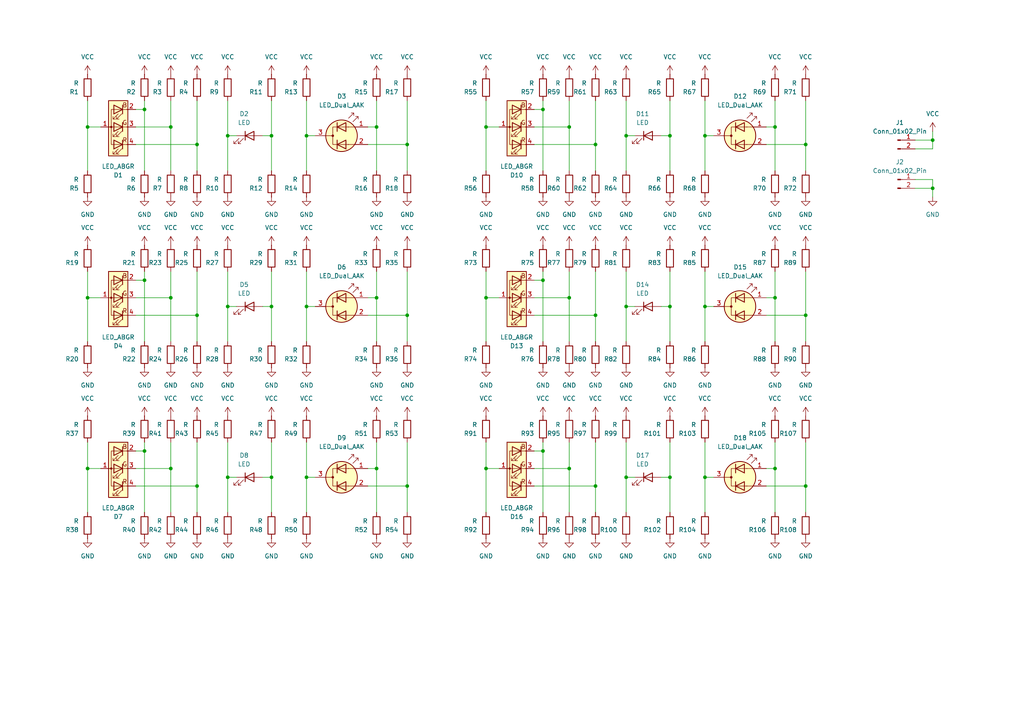
<source format=kicad_sch>
(kicad_sch (version 20231120) (generator "eeschema") (generator_version "8.0")
  (paper "A4")
  (title_block (title "${TITLE}") (date "${DATE}") (rev "${VERSION}") (company "${COPYRIGHT}") (comment 1 "${LICENSE}"))
  (junction (at 78.74 88.9))
  (junction (at 109.22 86.36))
  (junction (at 118.11 140.97))
  (junction (at 204.47 88.9))
  (junction (at 270.51 54.61))
  (junction (at 181.61 39.37))
  (junction (at 140.97 86.36))
  (junction (at 224.79 36.83))
  (junction (at 157.48 31.75))
  (junction (at 194.31 39.37))
  (junction (at 224.79 86.36))
  (junction (at 25.4 86.36))
  (junction (at 118.11 91.44))
  (junction (at 25.4 36.83))
  (junction (at 157.48 130.81))
  (junction (at 224.79 135.89))
  (junction (at 88.9 39.37))
  (junction (at 66.04 138.43))
  (junction (at 49.53 86.36))
  (junction (at 165.1 36.83))
  (junction (at 118.11 41.91))
  (junction (at 181.61 88.9))
  (junction (at 57.15 41.91))
  (junction (at 41.91 81.28))
  (junction (at 172.72 41.91))
  (junction (at 49.53 36.83))
  (junction (at 172.72 91.44))
  (junction (at 194.31 88.9))
  (junction (at 157.48 81.28))
  (junction (at 270.51 40.64))
  (junction (at 66.04 88.9))
  (junction (at 181.61 138.43))
  (junction (at 66.04 39.37))
  (junction (at 194.31 138.43))
  (junction (at 25.4 135.89))
  (junction (at 78.74 138.43))
  (junction (at 78.74 39.37))
  (junction (at 49.53 135.89))
  (junction (at 204.47 138.43))
  (junction (at 57.15 91.44))
  (junction (at 165.1 86.36))
  (junction (at 41.91 130.81))
  (junction (at 172.72 140.97))
  (junction (at 109.22 36.83))
  (junction (at 233.68 140.97))
  (junction (at 41.91 31.75))
  (junction (at 233.68 91.44))
  (junction (at 204.47 39.37))
  (junction (at 140.97 135.89))
  (junction (at 109.22 135.89))
  (junction (at 233.68 41.91))
  (junction (at 88.9 88.9))
  (junction (at 57.15 140.97))
  (junction (at 140.97 36.83))
  (junction (at 88.9 138.43))
  (junction (at 165.1 135.89))
  (wire (pts (xy 265.43 52.07) (xy 270.51 52.07)))
  (wire (pts (xy 194.31 88.9) (xy 194.31 78.74)))
  (wire (pts (xy 78.74 39.37) (xy 78.74 49.53)))
  (wire (pts (xy 109.22 128.27) (xy 109.22 135.89)))
  (wire (pts (xy 165.1 148.59) (xy 165.1 135.89)))
  (wire (pts (xy 191.77 138.43) (xy 194.31 138.43)))
  (wire (pts (xy 233.68 128.27) (xy 233.68 140.97)))
  (wire (pts (xy 66.04 128.27) (xy 66.04 138.43)))
  (wire (pts (xy 39.37 31.75) (xy 41.91 31.75)))
  (wire (pts (xy 165.1 78.74) (xy 165.1 86.36)))
  (wire (pts (xy 265.43 43.18) (xy 270.51 43.18)))
  (wire (pts (xy 165.1 36.83) (xy 154.94 36.83)))
  (wire (pts (xy 39.37 41.91) (xy 57.15 41.91)))
  (wire (pts (xy 78.74 138.43) (xy 78.74 128.27)))
  (wire (pts (xy 25.4 135.89) (xy 29.21 135.89)))
  (wire (pts (xy 49.53 135.89) (xy 39.37 135.89)))
  (wire (pts (xy 88.9 128.27) (xy 88.9 138.43)))
  (wire (pts (xy 109.22 86.36) (xy 109.22 99.06)))
  (wire (pts (xy 25.4 148.59) (xy 25.4 135.89)))
  (wire (pts (xy 57.15 78.74) (xy 57.15 91.44)))
  (wire (pts (xy 39.37 91.44) (xy 57.15 91.44)))
  (wire (pts (xy 25.4 36.83) (xy 29.21 36.83)))
  (wire (pts (xy 204.47 138.43) (xy 207.01 138.43)))
  (wire (pts (xy 172.72 128.27) (xy 172.72 140.97)))
  (wire (pts (xy 191.77 88.9) (xy 194.31 88.9)))
  (wire (pts (xy 140.97 36.83) (xy 144.78 36.83)))
  (wire (pts (xy 66.04 29.21) (xy 66.04 39.37)))
  (wire (pts (xy 118.11 78.74) (xy 118.11 91.44)))
  (wire (pts (xy 76.2 39.37) (xy 78.74 39.37)))
  (wire (pts (xy 39.37 81.28) (xy 41.91 81.28)))
  (wire (pts (xy 222.25 135.89) (xy 224.79 135.89)))
  (wire (pts (xy 181.61 88.9) (xy 181.61 99.06)))
  (wire (pts (xy 109.22 78.74) (xy 109.22 86.36)))
  (wire (pts (xy 106.68 36.83) (xy 109.22 36.83)))
  (wire (pts (xy 204.47 138.43) (xy 204.47 148.59)))
  (wire (pts (xy 118.11 140.97) (xy 118.11 148.59)))
  (wire (pts (xy 88.9 39.37) (xy 91.44 39.37)))
  (wire (pts (xy 49.53 86.36) (xy 39.37 86.36)))
  (wire (pts (xy 194.31 138.43) (xy 194.31 128.27)))
  (wire (pts (xy 222.25 140.97) (xy 233.68 140.97)))
  (wire (pts (xy 25.4 128.27) (xy 25.4 135.89)))
  (wire (pts (xy 154.94 91.44) (xy 172.72 91.44)))
  (wire (pts (xy 233.68 140.97) (xy 233.68 148.59)))
  (wire (pts (xy 165.1 29.21) (xy 165.1 36.83)))
  (wire (pts (xy 39.37 130.81) (xy 41.91 130.81)))
  (wire (pts (xy 106.68 41.91) (xy 118.11 41.91)))
  (wire (pts (xy 204.47 29.21) (xy 204.47 39.37)))
  (wire (pts (xy 106.68 140.97) (xy 118.11 140.97)))
  (wire (pts (xy 41.91 29.21) (xy 41.91 31.75)))
  (wire (pts (xy 181.61 29.21) (xy 181.61 39.37)))
  (wire (pts (xy 233.68 78.74) (xy 233.68 91.44)))
  (wire (pts (xy 154.94 81.28) (xy 157.48 81.28)))
  (wire (pts (xy 204.47 128.27) (xy 204.47 138.43)))
  (wire (pts (xy 224.79 78.74) (xy 224.79 86.36)))
  (wire (pts (xy 204.47 39.37) (xy 204.47 49.53)))
  (wire (pts (xy 154.94 31.75) (xy 157.48 31.75)))
  (wire (pts (xy 140.97 29.21) (xy 140.97 36.83)))
  (wire (pts (xy 106.68 135.89) (xy 109.22 135.89)))
  (wire (pts (xy 204.47 88.9) (xy 207.01 88.9)))
  (wire (pts (xy 57.15 91.44) (xy 57.15 99.06)))
  (wire (pts (xy 140.97 78.74) (xy 140.97 86.36)))
  (wire (pts (xy 181.61 39.37) (xy 184.15 39.37)))
  (wire (pts (xy 191.77 39.37) (xy 194.31 39.37)))
  (wire (pts (xy 118.11 128.27) (xy 118.11 140.97)))
  (wire (pts (xy 140.97 128.27) (xy 140.97 135.89)))
  (wire (pts (xy 157.48 128.27) (xy 157.48 130.81)))
  (wire (pts (xy 270.51 40.64) (xy 270.51 38.1)))
  (wire (pts (xy 165.1 99.06) (xy 165.1 86.36)))
  (wire (pts (xy 88.9 88.9) (xy 88.9 99.06)))
  (wire (pts (xy 172.72 140.97) (xy 172.72 148.59)))
  (wire (pts (xy 194.31 138.43) (xy 194.31 148.59)))
  (wire (pts (xy 165.1 128.27) (xy 165.1 135.89)))
  (wire (pts (xy 66.04 88.9) (xy 68.58 88.9)))
  (wire (pts (xy 204.47 78.74) (xy 204.47 88.9)))
  (wire (pts (xy 165.1 86.36) (xy 154.94 86.36)))
  (wire (pts (xy 222.25 86.36) (xy 224.79 86.36)))
  (wire (pts (xy 57.15 140.97) (xy 57.15 148.59)))
  (wire (pts (xy 49.53 78.74) (xy 49.53 86.36)))
  (wire (pts (xy 41.91 31.75) (xy 41.91 49.53)))
  (wire (pts (xy 109.22 29.21) (xy 109.22 36.83)))
  (wire (pts (xy 194.31 88.9) (xy 194.31 99.06)))
  (wire (pts (xy 49.53 29.21) (xy 49.53 36.83)))
  (wire (pts (xy 88.9 138.43) (xy 91.44 138.43)))
  (wire (pts (xy 140.97 99.06) (xy 140.97 86.36)))
  (wire (pts (xy 157.48 130.81) (xy 157.48 148.59)))
  (wire (pts (xy 25.4 29.21) (xy 25.4 36.83)))
  (wire (pts (xy 165.1 49.53) (xy 165.1 36.83)))
  (wire (pts (xy 233.68 91.44) (xy 233.68 99.06)))
  (wire (pts (xy 265.43 54.61) (xy 270.51 54.61)))
  (wire (pts (xy 66.04 138.43) (xy 66.04 148.59)))
  (wire (pts (xy 181.61 138.43) (xy 184.15 138.43)))
  (wire (pts (xy 88.9 138.43) (xy 88.9 148.59)))
  (wire (pts (xy 66.04 39.37) (xy 68.58 39.37)))
  (wire (pts (xy 157.48 81.28) (xy 157.48 99.06)))
  (wire (pts (xy 78.74 88.9) (xy 78.74 99.06)))
  (wire (pts (xy 157.48 78.74) (xy 157.48 81.28)))
  (wire (pts (xy 224.79 36.83) (xy 224.79 49.53)))
  (wire (pts (xy 224.79 86.36) (xy 224.79 99.06)))
  (wire (pts (xy 224.79 128.27) (xy 224.79 135.89)))
  (wire (pts (xy 106.68 86.36) (xy 109.22 86.36)))
  (wire (pts (xy 140.97 49.53) (xy 140.97 36.83)))
  (wire (pts (xy 204.47 88.9) (xy 204.47 99.06)))
  (wire (pts (xy 172.72 78.74) (xy 172.72 91.44)))
  (wire (pts (xy 181.61 88.9) (xy 184.15 88.9)))
  (wire (pts (xy 224.79 29.21) (xy 224.79 36.83)))
  (wire (pts (xy 172.72 29.21) (xy 172.72 41.91)))
  (wire (pts (xy 224.79 135.89) (xy 224.79 148.59)))
  (wire (pts (xy 76.2 138.43) (xy 78.74 138.43)))
  (wire (pts (xy 57.15 41.91) (xy 57.15 49.53)))
  (wire (pts (xy 66.04 78.74) (xy 66.04 88.9)))
  (wire (pts (xy 157.48 29.21) (xy 157.48 31.75)))
  (wire (pts (xy 233.68 29.21) (xy 233.68 41.91)))
  (wire (pts (xy 66.04 138.43) (xy 68.58 138.43)))
  (wire (pts (xy 41.91 130.81) (xy 41.91 148.59)))
  (wire (pts (xy 88.9 39.37) (xy 88.9 49.53)))
  (wire (pts (xy 204.47 39.37) (xy 207.01 39.37)))
  (wire (pts (xy 78.74 138.43) (xy 78.74 148.59)))
  (wire (pts (xy 270.51 54.61) (xy 270.51 57.15)))
  (wire (pts (xy 88.9 78.74) (xy 88.9 88.9)))
  (wire (pts (xy 57.15 128.27) (xy 57.15 140.97)))
  (wire (pts (xy 76.2 88.9) (xy 78.74 88.9)))
  (wire (pts (xy 49.53 148.59) (xy 49.53 135.89)))
  (wire (pts (xy 157.48 31.75) (xy 157.48 49.53)))
  (wire (pts (xy 172.72 91.44) (xy 172.72 99.06)))
  (wire (pts (xy 118.11 29.21) (xy 118.11 41.91)))
  (wire (pts (xy 181.61 39.37) (xy 181.61 49.53)))
  (wire (pts (xy 118.11 91.44) (xy 118.11 99.06)))
  (wire (pts (xy 222.25 41.91) (xy 233.68 41.91)))
  (wire (pts (xy 222.25 36.83) (xy 224.79 36.83)))
  (wire (pts (xy 140.97 86.36) (xy 144.78 86.36)))
  (wire (pts (xy 140.97 135.89) (xy 144.78 135.89)))
  (wire (pts (xy 222.25 91.44) (xy 233.68 91.44)))
  (wire (pts (xy 154.94 41.91) (xy 172.72 41.91)))
  (wire (pts (xy 25.4 49.53) (xy 25.4 36.83)))
  (wire (pts (xy 181.61 128.27) (xy 181.61 138.43)))
  (wire (pts (xy 109.22 36.83) (xy 109.22 49.53)))
  (wire (pts (xy 109.22 135.89) (xy 109.22 148.59)))
  (wire (pts (xy 78.74 39.37) (xy 78.74 29.21)))
  (wire (pts (xy 270.51 43.18) (xy 270.51 40.64)))
  (wire (pts (xy 172.72 41.91) (xy 172.72 49.53)))
  (wire (pts (xy 106.68 91.44) (xy 118.11 91.44)))
  (wire (pts (xy 25.4 86.36) (xy 29.21 86.36)))
  (wire (pts (xy 233.68 41.91) (xy 233.68 49.53)))
  (wire (pts (xy 181.61 138.43) (xy 181.61 148.59)))
  (wire (pts (xy 49.53 49.53) (xy 49.53 36.83)))
  (wire (pts (xy 165.1 135.89) (xy 154.94 135.89)))
  (wire (pts (xy 49.53 36.83) (xy 39.37 36.83)))
  (wire (pts (xy 25.4 78.74) (xy 25.4 86.36)))
  (wire (pts (xy 140.97 148.59) (xy 140.97 135.89)))
  (wire (pts (xy 270.51 52.07) (xy 270.51 54.61)))
  (wire (pts (xy 66.04 88.9) (xy 66.04 99.06)))
  (wire (pts (xy 88.9 29.21) (xy 88.9 39.37)))
  (wire (pts (xy 78.74 88.9) (xy 78.74 78.74)))
  (wire (pts (xy 41.91 78.74) (xy 41.91 81.28)))
  (wire (pts (xy 41.91 81.28) (xy 41.91 99.06)))
  (wire (pts (xy 194.31 39.37) (xy 194.31 49.53)))
  (wire (pts (xy 88.9 88.9) (xy 91.44 88.9)))
  (wire (pts (xy 25.4 99.06) (xy 25.4 86.36)))
  (wire (pts (xy 194.31 39.37) (xy 194.31 29.21)))
  (wire (pts (xy 154.94 140.97) (xy 172.72 140.97)))
  (wire (pts (xy 66.04 39.37) (xy 66.04 49.53)))
  (wire (pts (xy 49.53 99.06) (xy 49.53 86.36)))
  (wire (pts (xy 39.37 140.97) (xy 57.15 140.97)))
  (wire (pts (xy 49.53 128.27) (xy 49.53 135.89)))
  (wire (pts (xy 118.11 41.91) (xy 118.11 49.53)))
  (wire (pts (xy 181.61 78.74) (xy 181.61 88.9)))
  (wire (pts (xy 41.91 128.27) (xy 41.91 130.81)))
  (wire (pts (xy 57.15 29.21) (xy 57.15 41.91)))
  (wire (pts (xy 154.94 130.81) (xy 157.48 130.81)))
  (wire (pts (xy 265.43 40.64) (xy 270.51 40.64)))
  (symbol (lib_id "Device:R") (at 157.48 124.46 180) (unit 1)
    (property "Reference" "R93" (at 154.94 125.7301 0) (effects (justify left)))
    (property "Value" "R" (at 154.94 123.1901 0) (effects (justify left)))
    (property "Footprint" "Resistor_SMD:R_0402_1005Metric" (effects (hide yes)))
    (property "Description" "Resistor" (effects (hide yes)))
  )
  (symbol (lib_id "power:GND") (at 49.53 106.68 0) (unit 1)
    (property "Reference" "#PWR24" (effects (hide yes)))
    (property "Value" "GND" (at 49.53 111.76 0))
    (property "Description" "Power symbol creates a global label with name \"GND\" , ground" (effects (hide yes)))
  )
  (symbol (lib_id "Device:R") (at 204.47 102.87 180) (unit 1)
    (property "Reference" "R86" (at 201.93 104.1401 0) (effects (justify left)))
    (property "Value" "R" (at 201.93 101.6001 0) (effects (justify left)))
    (property "Footprint" "Resistor_SMD:R_0402_1005Metric" (effects (hide yes)))
    (property "Description" "Resistor" (effects (hide yes)))
  )
  (symbol (lib_id "power:GND") (at 165.1 57.15 0) (unit 1)
    (property "Reference" "#PWR60" (effects (hide yes)))
    (property "Value" "GND" (at 165.1 62.23 0))
    (property "Description" "Power symbol creates a global label with name \"GND\" , ground" (effects (hide yes)))
  )
  (symbol (lib_id "Device:R") (at 88.9 102.87 180) (unit 1)
    (property "Reference" "R32" (at 86.36 104.1401 0) (effects (justify left)))
    (property "Value" "R" (at 86.36 101.6001 0) (effects (justify left)))
    (property "Footprint" "Resistor_SMD:R_0402_1005Metric" (effects (hide yes)))
    (property "Description" "Resistor" (effects (hide yes)))
  )
  (symbol (lib_id "power:VCC") (at 66.04 120.65 0) (unit 1)
    (property "Reference" "#PWR45" (effects (hide yes)))
    (property "Value" "VCC" (at 66.04 115.57 0))
    (property "Description" "Power symbol creates a global label with name \"VCC\"" (effects (hide yes)))
  )
  (symbol (lib_id "Device:R") (at 25.4 25.4 180) (unit 1)
    (property "Reference" "R1" (at 22.86 26.6701 0) (effects (justify left)))
    (property "Value" "R" (at 22.86 24.1301 0) (effects (justify left)))
    (property "Footprint" "Resistor_SMD:R_0402_1005Metric" (effects (hide yes)))
    (property "Description" "Resistor" (effects (hide yes)))
  )
  (symbol (lib_id "Device:R") (at 157.48 25.4 180) (unit 1)
    (property "Reference" "R57" (at 154.94 26.6701 0) (effects (justify left)))
    (property "Value" "R" (at 154.94 24.1301 0) (effects (justify left)))
    (property "Footprint" "Resistor_SMD:R_0402_1005Metric" (effects (hide yes)))
    (property "Description" "Resistor" (effects (hide yes)))
  )
  (symbol (lib_id "Device:R") (at 78.74 74.93 180) (unit 1)
    (property "Reference" "R29" (at 76.2 76.2001 0) (effects (justify left)))
    (property "Value" "R" (at 76.2 73.6601 0) (effects (justify left)))
    (property "Footprint" "Resistor_SMD:R_0402_1005Metric" (effects (hide yes)))
    (property "Description" "Resistor" (effects (hide yes)))
  )
  (symbol (lib_id "Device:R") (at 165.1 25.4 180) (unit 1)
    (property "Reference" "R59" (at 162.56 26.6701 0) (effects (justify left)))
    (property "Value" "R" (at 162.56 24.1301 0) (effects (justify left)))
    (property "Footprint" "Resistor_SMD:R_0402_1005Metric" (effects (hide yes)))
    (property "Description" "Resistor" (effects (hide yes)))
  )
  (symbol (lib_id "Connector:Conn_01x02_Pin") (at 260.35 40.64 0) (unit 1)
    (property "Reference" "J1" (at 260.985 35.56 0))
    (property "Value" "Conn_01x02_Pin" (at 260.985 38.1 0))
    (property "Footprint" "Connector_PinHeader_2.54mm:PinHeader_1x02_P2.54mm_Vertical" (effects (hide yes)))
    (property "Description" "Generic connector, single row, 01x02, script generated" (effects (hide yes)))
  )
  (symbol (lib_id "power:GND") (at 88.9 57.15 0) (unit 1)
    (property "Reference" "#PWR14" (effects (hide yes)))
    (property "Value" "GND" (at 88.9 62.23 0))
    (property "Description" "Power symbol creates a global label with name \"GND\" , ground" (effects (hide yes)))
  )
  (symbol (lib_id "power:VCC") (at 172.72 71.12 0) (unit 1)
    (property "Reference" "#PWR79" (effects (hide yes)))
    (property "Value" "VCC" (at 172.72 66.04 0))
    (property "Description" "Power symbol creates a global label with name \"VCC\"" (effects (hide yes)))
  )
  (symbol (lib_id "Device:LED_ABGR") (at 34.29 36.83 180) (unit 1)
    (property "Reference" "D1" (at 34.29 50.8 0))
    (property "Value" "LED_ABGR" (at 34.29 48.26 0))
    (property "Footprint" "LED_SMD:LED_RGB_Everlight_EASV3015RGBA0_Horizontal" (effects (hide yes)))
    (property "Description" "RGB LED, anode/blue/green/red" (effects (hide yes)))
  )
  (symbol (lib_id "power:VCC") (at 41.91 21.59 0) (unit 1)
    (property "Reference" "#PWR8" (effects (hide yes)))
    (property "Value" "VCC" (at 41.91 16.51 0))
    (property "Description" "Power symbol creates a global label with name \"VCC\"" (effects (hide yes)))
  )
  (symbol (lib_id "Device:R") (at 140.97 25.4 180) (unit 1)
    (property "Reference" "R55" (at 138.43 26.6701 0) (effects (justify left)))
    (property "Value" "R" (at 138.43 24.1301 0) (effects (justify left)))
    (property "Footprint" "Resistor_SMD:R_0402_1005Metric" (effects (hide yes)))
    (property "Description" "Resistor" (effects (hide yes)))
  )
  (symbol (lib_id "power:VCC") (at 204.47 21.59 0) (unit 1)
    (property "Reference" "#PWR67" (effects (hide yes)))
    (property "Value" "VCC" (at 204.47 16.51 0))
    (property "Description" "Power symbol creates a global label with name \"VCC\"" (effects (hide yes)))
  )
  (symbol (lib_id "power:VCC") (at 49.53 21.59 0) (unit 1)
    (property "Reference" "#PWR9" (effects (hide yes)))
    (property "Value" "VCC" (at 49.53 16.51 0))
    (property "Description" "Power symbol creates a global label with name \"VCC\"" (effects (hide yes)))
  )
  (symbol (lib_id "Device:R") (at 57.15 74.93 180) (unit 1)
    (property "Reference" "R25" (at 54.61 76.2001 0) (effects (justify left)))
    (property "Value" "R" (at 54.61 73.6601 0) (effects (justify left)))
    (property "Footprint" "Resistor_SMD:R_0402_1005Metric" (effects (hide yes)))
    (property "Description" "Resistor" (effects (hide yes)))
  )
  (symbol (lib_id "power:VCC") (at 49.53 71.12 0) (unit 1)
    (property "Reference" "#PWR23" (effects (hide yes)))
    (property "Value" "VCC" (at 49.53 66.04 0))
    (property "Description" "Power symbol creates a global label with name \"VCC\"" (effects (hide yes)))
  )
  (symbol (lib_id "power:GND") (at 233.68 106.68 0) (unit 1)
    (property "Reference" "#PWR90" (effects (hide yes)))
    (property "Value" "GND" (at 233.68 111.76 0))
    (property "Description" "Power symbol creates a global label with name \"GND\" , ground" (effects (hide yes)))
  )
  (symbol (lib_id "Device:R") (at 157.48 102.87 180) (unit 1)
    (property "Reference" "R76" (at 154.94 104.1401 0) (effects (justify left)))
    (property "Value" "R" (at 154.94 101.6001 0) (effects (justify left)))
    (property "Footprint" "Resistor_SMD:R_0402_1005Metric" (effects (hide yes)))
    (property "Description" "Resistor" (effects (hide yes)))
  )
  (symbol (lib_id "power:VCC") (at 118.11 21.59 0) (unit 1)
    (property "Reference" "#PWR17" (effects (hide yes)))
    (property "Value" "VCC" (at 118.11 16.51 0))
    (property "Description" "Power symbol creates a global label with name \"VCC\"" (effects (hide yes)))
  )
  (symbol (lib_id "Device:R") (at 233.68 53.34 180) (unit 1)
    (property "Reference" "R72" (at 231.14 54.6101 0) (effects (justify left)))
    (property "Value" "R" (at 231.14 52.0701 0) (effects (justify left)))
    (property "Footprint" "Resistor_SMD:R_0402_1005Metric" (effects (hide yes)))
    (property "Description" "Resistor" (effects (hide yes)))
  )
  (symbol (lib_id "power:VCC") (at 118.11 71.12 0) (unit 1)
    (property "Reference" "#PWR35" (effects (hide yes)))
    (property "Value" "VCC" (at 118.11 66.04 0))
    (property "Description" "Power symbol creates a global label with name \"VCC\"" (effects (hide yes)))
  )
  (symbol (lib_id "power:GND") (at 66.04 106.68 0) (unit 1)
    (property "Reference" "#PWR28" (effects (hide yes)))
    (property "Value" "GND" (at 66.04 111.76 0))
    (property "Description" "Power symbol creates a global label with name \"GND\" , ground" (effects (hide yes)))
  )
  (symbol (lib_id "Device:R") (at 233.68 152.4 180) (unit 1)
    (property "Reference" "R108" (at 231.14 153.6701 0) (effects (justify left)))
    (property "Value" "R" (at 231.14 151.1301 0) (effects (justify left)))
    (property "Footprint" "Resistor_SMD:R_0402_1005Metric" (effects (hide yes)))
    (property "Description" "Resistor" (effects (hide yes)))
  )
  (symbol (lib_id "power:GND") (at 109.22 156.21 0) (unit 1)
    (property "Reference" "#PWR52" (effects (hide yes)))
    (property "Value" "GND" (at 109.22 161.29 0))
    (property "Description" "Power symbol creates a global label with name \"GND\" , ground" (effects (hide yes)))
  )
  (symbol (lib_id "Device:R") (at 88.9 74.93 180) (unit 1)
    (property "Reference" "R31" (at 86.36 76.2001 0) (effects (justify left)))
    (property "Value" "R" (at 86.36 73.6601 0) (effects (justify left)))
    (property "Footprint" "Resistor_SMD:R_0402_1005Metric" (effects (hide yes)))
    (property "Description" "Resistor" (effects (hide yes)))
  )
  (symbol (lib_id "power:VCC") (at 78.74 71.12 0) (unit 1)
    (property "Reference" "#PWR29" (effects (hide yes)))
    (property "Value" "VCC" (at 78.74 66.04 0))
    (property "Description" "Power symbol creates a global label with name \"VCC\"" (effects (hide yes)))
  )
  (symbol (lib_id "power:GND") (at 41.91 106.68 0) (unit 1)
    (property "Reference" "#PWR22" (effects (hide yes)))
    (property "Value" "GND" (at 41.91 111.76 0))
    (property "Description" "Power symbol creates a global label with name \"GND\" , ground" (effects (hide yes)))
  )
  (symbol (lib_id "Device:R") (at 41.91 124.46 180) (unit 1)
    (property "Reference" "R39" (at 39.37 125.7301 0) (effects (justify left)))
    (property "Value" "R" (at 39.37 123.1901 0) (effects (justify left)))
    (property "Footprint" "Resistor_SMD:R_0402_1005Metric" (effects (hide yes)))
    (property "Description" "Resistor" (effects (hide yes)))
  )
  (symbol (lib_id "Device:R") (at 118.11 102.87 180) (unit 1)
    (property "Reference" "R36" (at 115.57 104.1401 0) (effects (justify left)))
    (property "Value" "R" (at 115.57 101.6001 0) (effects (justify left)))
    (property "Footprint" "Resistor_SMD:R_0402_1005Metric" (effects (hide yes)))
    (property "Description" "Resistor" (effects (hide yes)))
  )
  (symbol (lib_id "power:VCC") (at 233.68 120.65 0) (unit 1)
    (property "Reference" "#PWR107" (effects (hide yes)))
    (property "Value" "VCC" (at 233.68 115.57 0))
    (property "Description" "Power symbol creates a global label with name \"VCC\"" (effects (hide yes)))
  )
  (symbol (lib_id "power:GND") (at 140.97 156.21 0) (unit 1)
    (property "Reference" "#PWR92" (effects (hide yes)))
    (property "Value" "GND" (at 140.97 161.29 0))
    (property "Description" "Power symbol creates a global label with name \"GND\" , ground" (effects (hide yes)))
  )
  (symbol (lib_id "Device:LED_Dual_AAK") (at 214.63 39.37 0) (unit 1)
    (property "Reference" "D12" (at 214.6935 27.94 0))
    (property "Value" "LED_Dual_AAK" (at 214.6935 30.48 0))
    (property "Footprint" "LED_SMD:LED_Kingbright_KPA-3010_3x2x1mm" (effects (hide yes)))
    (property "Description" "Dual LED, common cathode on pin 3" (effects (hide yes)))
  )
  (symbol (lib_id "Device:R") (at 88.9 53.34 180) (unit 1)
    (property "Reference" "R14" (at 86.36 54.6101 0) (effects (justify left)))
    (property "Value" "R" (at 86.36 52.0701 0) (effects (justify left)))
    (property "Footprint" "Resistor_SMD:R_0402_1005Metric" (effects (hide yes)))
    (property "Description" "Resistor" (effects (hide yes)))
  )
  (symbol (lib_id "power:VCC") (at 140.97 71.12 0) (unit 1)
    (property "Reference" "#PWR73" (effects (hide yes)))
    (property "Value" "VCC" (at 140.97 66.04 0))
    (property "Description" "Power symbol creates a global label with name \"VCC\"" (effects (hide yes)))
  )
  (symbol (lib_id "power:GND") (at 78.74 156.21 0) (unit 1)
    (property "Reference" "#PWR48" (effects (hide yes)))
    (property "Value" "GND" (at 78.74 161.29 0))
    (property "Description" "Power symbol creates a global label with name \"GND\" , ground" (effects (hide yes)))
  )
  (symbol (lib_id "power:GND") (at 157.48 57.15 0) (unit 1)
    (property "Reference" "#PWR58" (effects (hide yes)))
    (property "Value" "GND" (at 157.48 62.23 0))
    (property "Description" "Power symbol creates a global label with name \"GND\" , ground" (effects (hide yes)))
  )
  (symbol (lib_id "Device:R") (at 41.91 152.4 180) (unit 1)
    (property "Reference" "R40" (at 39.37 153.6701 0) (effects (justify left)))
    (property "Value" "R" (at 39.37 151.1301 0) (effects (justify left)))
    (property "Footprint" "Resistor_SMD:R_0402_1005Metric" (effects (hide yes)))
    (property "Description" "Resistor" (effects (hide yes)))
  )
  (symbol (lib_id "Device:R") (at 157.48 74.93 180) (unit 1)
    (property "Reference" "R75" (at 154.94 76.2001 0) (effects (justify left)))
    (property "Value" "R" (at 154.94 73.6601 0) (effects (justify left)))
    (property "Footprint" "Resistor_SMD:R_0402_1005Metric" (effects (hide yes)))
    (property "Description" "Resistor" (effects (hide yes)))
  )
  (symbol (lib_id "Device:LED_Dual_AAK") (at 99.06 138.43 0) (unit 1)
    (property "Reference" "D9" (at 99.1235 127 0))
    (property "Value" "LED_Dual_AAK" (at 99.1235 129.54 0))
    (property "Footprint" "LED_SMD:LED_Kingbright_KPA-3010_3x2x1mm" (effects (hide yes)))
    (property "Description" "Dual LED, common cathode on pin 3" (effects (hide yes)))
  )
  (symbol (lib_id "Device:R") (at 194.31 152.4 180) (unit 1)
    (property "Reference" "R102" (at 191.77 153.6701 0) (effects (justify left)))
    (property "Value" "R" (at 191.77 151.1301 0) (effects (justify left)))
    (property "Footprint" "Resistor_SMD:R_0402_1005Metric" (effects (hide yes)))
    (property "Description" "Resistor" (effects (hide yes)))
  )
  (symbol (lib_id "power:VCC") (at 194.31 71.12 0) (unit 1)
    (property "Reference" "#PWR83" (effects (hide yes)))
    (property "Value" "VCC" (at 194.31 66.04 0))
    (property "Description" "Power symbol creates a global label with name \"VCC\"" (effects (hide yes)))
  )
  (symbol (lib_id "Device:R") (at 172.72 53.34 180) (unit 1)
    (property "Reference" "R62" (at 170.18 54.6101 0) (effects (justify left)))
    (property "Value" "R" (at 170.18 52.0701 0) (effects (justify left)))
    (property "Footprint" "Resistor_SMD:R_0402_1005Metric" (effects (hide yes)))
    (property "Description" "Resistor" (effects (hide yes)))
  )
  (symbol (lib_id "Device:R") (at 109.22 25.4 180) (unit 1)
    (property "Reference" "R15" (at 106.68 26.6701 0) (effects (justify left)))
    (property "Value" "R" (at 106.68 24.1301 0) (effects (justify left)))
    (property "Footprint" "Resistor_SMD:R_0402_1005Metric" (effects (hide yes)))
    (property "Description" "Resistor" (effects (hide yes)))
  )
  (symbol (lib_id "Device:R") (at 78.74 152.4 180) (unit 1)
    (property "Reference" "R48" (at 76.2 153.6701 0) (effects (justify left)))
    (property "Value" "R" (at 76.2 151.1301 0) (effects (justify left)))
    (property "Footprint" "Resistor_SMD:R_0402_1005Metric" (effects (hide yes)))
    (property "Description" "Resistor" (effects (hide yes)))
  )
  (symbol (lib_id "power:VCC") (at 118.11 120.65 0) (unit 1)
    (property "Reference" "#PWR53" (effects (hide yes)))
    (property "Value" "VCC" (at 118.11 115.57 0))
    (property "Description" "Power symbol creates a global label with name \"VCC\"" (effects (hide yes)))
  )
  (symbol (lib_id "power:VCC") (at 270.51 38.1 0) (unit 1)
    (property "Reference" "#PWR109" (effects (hide yes)))
    (property "Value" "VCC" (at 270.51 33.02 0))
    (property "Description" "Power symbol creates a global label with name \"VCC\"" (effects (hide yes)))
  )
  (symbol (lib_id "power:GND") (at 172.72 106.68 0) (unit 1)
    (property "Reference" "#PWR80" (effects (hide yes)))
    (property "Value" "GND" (at 172.72 111.76 0))
    (property "Description" "Power symbol creates a global label with name \"GND\" , ground" (effects (hide yes)))
  )
  (symbol (lib_id "Device:R") (at 194.31 53.34 180) (unit 1)
    (property "Reference" "R66" (at 191.77 54.6101 0) (effects (justify left)))
    (property "Value" "R" (at 191.77 52.0701 0) (effects (justify left)))
    (property "Footprint" "Resistor_SMD:R_0402_1005Metric" (effects (hide yes)))
    (property "Description" "Resistor" (effects (hide yes)))
  )
  (symbol (lib_id "Device:LED") (at 187.96 88.9 0) (unit 1)
    (property "Reference" "D14" (at 186.3725 82.55 0))
    (property "Value" "LED" (at 186.3725 85.09 0))
    (property "Footprint" "LED_SMD:LED_Kingbright_APA1606_1.6x0.6mm_Horizontal" (effects (hide yes)))
    (property "Description" "Light emitting diode" (effects (hide yes)))
  )
  (symbol (lib_id "power:GND") (at 233.68 57.15 0) (unit 1)
    (property "Reference" "#PWR72" (effects (hide yes)))
    (property "Value" "GND" (at 233.68 62.23 0))
    (property "Description" "Power symbol creates a global label with name \"GND\" , ground" (effects (hide yes)))
  )
  (symbol (lib_id "power:GND") (at 88.9 156.21 0) (unit 1)
    (property "Reference" "#PWR50" (effects (hide yes)))
    (property "Value" "GND" (at 88.9 161.29 0))
    (property "Description" "Power symbol creates a global label with name \"GND\" , ground" (effects (hide yes)))
  )
  (symbol (lib_id "power:VCC") (at 88.9 71.12 0) (unit 1)
    (property "Reference" "#PWR31" (effects (hide yes)))
    (property "Value" "VCC" (at 88.9 66.04 0))
    (property "Description" "Power symbol creates a global label with name \"VCC\"" (effects (hide yes)))
  )
  (symbol (lib_id "power:GND") (at 270.51 57.15 0) (unit 1)
    (property "Reference" "#PWR110" (effects (hide yes)))
    (property "Value" "GND" (at 270.51 62.23 0))
    (property "Description" "Power symbol creates a global label with name \"GND\" , ground" (effects (hide yes)))
  )
  (symbol (lib_id "Device:R") (at 233.68 102.87 180) (unit 1)
    (property "Reference" "R90" (at 231.14 104.1401 0) (effects (justify left)))
    (property "Value" "R" (at 231.14 101.6001 0) (effects (justify left)))
    (property "Footprint" "Resistor_SMD:R_0402_1005Metric" (effects (hide yes)))
    (property "Description" "Resistor" (effects (hide yes)))
  )
  (symbol (lib_id "Device:R") (at 194.31 124.46 180) (unit 1)
    (property "Reference" "R101" (at 191.77 125.7301 0) (effects (justify left)))
    (property "Value" "R" (at 191.77 123.1901 0) (effects (justify left)))
    (property "Footprint" "Resistor_SMD:R_0402_1005Metric" (effects (hide yes)))
    (property "Description" "Resistor" (effects (hide yes)))
  )
  (symbol (lib_id "Device:R") (at 157.48 53.34 180) (unit 1)
    (property "Reference" "R58" (at 154.94 54.6101 0) (effects (justify left)))
    (property "Value" "R" (at 154.94 52.0701 0) (effects (justify left)))
    (property "Footprint" "Resistor_SMD:R_0402_1005Metric" (effects (hide yes)))
    (property "Description" "Resistor" (effects (hide yes)))
  )
  (symbol (lib_id "Device:R") (at 165.1 124.46 180) (unit 1)
    (property "Reference" "R95" (at 162.56 125.7301 0) (effects (justify left)))
    (property "Value" "R" (at 162.56 123.1901 0) (effects (justify left)))
    (property "Footprint" "Resistor_SMD:R_0402_1005Metric" (effects (hide yes)))
    (property "Description" "Resistor" (effects (hide yes)))
  )
  (symbol (lib_id "power:VCC") (at 66.04 71.12 0) (unit 1)
    (property "Reference" "#PWR27" (effects (hide yes)))
    (property "Value" "VCC" (at 66.04 66.04 0))
    (property "Description" "Power symbol creates a global label with name \"VCC\"" (effects (hide yes)))
  )
  (symbol (lib_id "Device:R") (at 41.91 74.93 180) (unit 1)
    (property "Reference" "R21" (at 39.37 76.2001 0) (effects (justify left)))
    (property "Value" "R" (at 39.37 73.6601 0) (effects (justify left)))
    (property "Footprint" "Resistor_SMD:R_0402_1005Metric" (effects (hide yes)))
    (property "Description" "Resistor" (effects (hide yes)))
  )
  (symbol (lib_id "power:VCC") (at 157.48 21.59 0) (unit 1)
    (property "Reference" "#PWR57" (effects (hide yes)))
    (property "Value" "VCC" (at 157.48 16.51 0))
    (property "Description" "Power symbol creates a global label with name \"VCC\"" (effects (hide yes)))
  )
  (symbol (lib_id "Device:LED_ABGR") (at 149.86 36.83 180) (unit 1)
    (property "Reference" "D10" (at 149.86 50.8 0))
    (property "Value" "LED_ABGR" (at 149.86 48.26 0))
    (property "Footprint" "LED_SMD:LED_RGB_Everlight_EASV3015RGBA0_Horizontal" (effects (hide yes)))
    (property "Description" "RGB LED, anode/blue/green/red" (effects (hide yes)))
  )
  (symbol (lib_id "power:VCC") (at 165.1 120.65 0) (unit 1)
    (property "Reference" "#PWR95" (effects (hide yes)))
    (property "Value" "VCC" (at 165.1 115.57 0))
    (property "Description" "Power symbol creates a global label with name \"VCC\"" (effects (hide yes)))
  )
  (symbol (lib_id "power:GND") (at 57.15 57.15 0) (unit 1)
    (property "Reference" "#PWR3" (effects (hide yes)))
    (property "Value" "GND" (at 57.15 62.23 0))
    (property "Description" "Power symbol creates a global label with name \"GND\" , ground" (effects (hide yes)))
  )
  (symbol (lib_id "Device:R") (at 181.61 74.93 180) (unit 1)
    (property "Reference" "R81" (at 179.07 76.2001 0) (effects (justify left)))
    (property "Value" "R" (at 179.07 73.6601 0) (effects (justify left)))
    (property "Footprint" "Resistor_SMD:R_0402_1005Metric" (effects (hide yes)))
    (property "Description" "Resistor" (effects (hide yes)))
  )
  (symbol (lib_id "power:GND") (at 172.72 57.15 0) (unit 1)
    (property "Reference" "#PWR62" (effects (hide yes)))
    (property "Value" "GND" (at 172.72 62.23 0))
    (property "Description" "Power symbol creates a global label with name \"GND\" , ground" (effects (hide yes)))
  )
  (symbol (lib_id "power:VCC") (at 49.53 120.65 0) (unit 1)
    (property "Reference" "#PWR41" (effects (hide yes)))
    (property "Value" "VCC" (at 49.53 115.57 0))
    (property "Description" "Power symbol creates a global label with name \"VCC\"" (effects (hide yes)))
  )
  (symbol (lib_id "Device:R") (at 194.31 102.87 180) (unit 1)
    (property "Reference" "R84" (at 191.77 104.1401 0) (effects (justify left)))
    (property "Value" "R" (at 191.77 101.6001 0) (effects (justify left)))
    (property "Footprint" "Resistor_SMD:R_0402_1005Metric" (effects (hide yes)))
    (property "Description" "Resistor" (effects (hide yes)))
  )
  (symbol (lib_id "power:VCC") (at 109.22 120.65 0) (unit 1)
    (property "Reference" "#PWR51" (effects (hide yes)))
    (property "Value" "VCC" (at 109.22 115.57 0))
    (property "Description" "Power symbol creates a global label with name \"VCC\"" (effects (hide yes)))
  )
  (symbol (lib_id "Device:R") (at 165.1 102.87 180) (unit 1)
    (property "Reference" "R78" (at 162.56 104.1401 0) (effects (justify left)))
    (property "Value" "R" (at 162.56 101.6001 0) (effects (justify left)))
    (property "Footprint" "Resistor_SMD:R_0402_1005Metric" (effects (hide yes)))
    (property "Description" "Resistor" (effects (hide yes)))
  )
  (symbol (lib_id "Device:R") (at 224.79 124.46 180) (unit 1)
    (property "Reference" "R105" (at 222.25 125.7301 0) (effects (justify left)))
    (property "Value" "R" (at 222.25 123.1901 0) (effects (justify left)))
    (property "Footprint" "Resistor_SMD:R_0402_1005Metric" (effects (hide yes)))
    (property "Description" "Resistor" (effects (hide yes)))
  )
  (symbol (lib_id "power:GND") (at 78.74 106.68 0) (unit 1)
    (property "Reference" "#PWR30" (effects (hide yes)))
    (property "Value" "GND" (at 78.74 111.76 0))
    (property "Description" "Power symbol creates a global label with name \"GND\" , ground" (effects (hide yes)))
  )
  (symbol (lib_id "power:GND") (at 194.31 106.68 0) (unit 1)
    (property "Reference" "#PWR84" (effects (hide yes)))
    (property "Value" "GND" (at 194.31 111.76 0))
    (property "Description" "Power symbol creates a global label with name \"GND\" , ground" (effects (hide yes)))
  )
  (symbol (lib_id "Device:R") (at 57.15 25.4 180) (unit 1)
    (property "Reference" "R4" (at 54.61 26.6701 0) (effects (justify left)))
    (property "Value" "R" (at 54.61 24.1301 0) (effects (justify left)))
    (property "Footprint" "Resistor_SMD:R_0402_1005Metric" (effects (hide yes)))
    (property "Description" "Resistor" (effects (hide yes)))
  )
  (symbol (lib_id "Device:LED") (at 72.39 39.37 0) (unit 1)
    (property "Reference" "D2" (at 70.8025 33.02 0))
    (property "Value" "LED" (at 70.8025 35.56 0))
    (property "Footprint" "LED_SMD:LED_Kingbright_APA1606_1.6x0.6mm_Horizontal" (effects (hide yes)))
    (property "Description" "Light emitting diode" (effects (hide yes)))
  )
  (symbol (lib_id "Device:R") (at 78.74 25.4 180) (unit 1)
    (property "Reference" "R11" (at 76.2 26.6701 0) (effects (justify left)))
    (property "Value" "R" (at 76.2 24.1301 0) (effects (justify left)))
    (property "Footprint" "Resistor_SMD:R_0402_1005Metric" (effects (hide yes)))
    (property "Description" "Resistor" (effects (hide yes)))
  )
  (symbol (lib_id "Device:LED_Dual_AAK") (at 214.63 88.9 0) (unit 1)
    (property "Reference" "D15" (at 214.6935 77.47 0))
    (property "Value" "LED_Dual_AAK" (at 214.6935 80.01 0))
    (property "Footprint" "LED_SMD:LED_Kingbright_KPA-3010_3x2x1mm" (effects (hide yes)))
    (property "Description" "Dual LED, common cathode on pin 3" (effects (hide yes)))
  )
  (symbol (lib_id "Device:R") (at 41.91 53.34 180) (unit 1)
    (property "Reference" "R6" (at 39.37 54.6101 0) (effects (justify left)))
    (property "Value" "R" (at 39.37 52.0701 0) (effects (justify left)))
    (property "Footprint" "Resistor_SMD:R_0402_1005Metric" (effects (hide yes)))
    (property "Description" "Resistor" (effects (hide yes)))
  )
  (symbol (lib_id "Device:R") (at 66.04 152.4 180) (unit 1)
    (property "Reference" "R46" (at 63.5 153.6701 0) (effects (justify left)))
    (property "Value" "R" (at 63.5 151.1301 0) (effects (justify left)))
    (property "Footprint" "Resistor_SMD:R_0402_1005Metric" (effects (hide yes)))
    (property "Description" "Resistor" (effects (hide yes)))
  )
  (symbol (lib_id "Device:R") (at 57.15 152.4 180) (unit 1)
    (property "Reference" "R44" (at 54.61 153.6701 0) (effects (justify left)))
    (property "Value" "R" (at 54.61 151.1301 0) (effects (justify left)))
    (property "Footprint" "Resistor_SMD:R_0402_1005Metric" (effects (hide yes)))
    (property "Description" "Resistor" (effects (hide yes)))
  )
  (symbol (lib_id "Device:R") (at 78.74 102.87 180) (unit 1)
    (property "Reference" "R30" (at 76.2 104.1401 0) (effects (justify left)))
    (property "Value" "R" (at 76.2 101.6001 0) (effects (justify left)))
    (property "Footprint" "Resistor_SMD:R_0402_1005Metric" (effects (hide yes)))
    (property "Description" "Resistor" (effects (hide yes)))
  )
  (symbol (lib_id "Device:R") (at 78.74 53.34 180) (unit 1)
    (property "Reference" "R12" (at 76.2 54.6101 0) (effects (justify left)))
    (property "Value" "R" (at 76.2 52.0701 0) (effects (justify left)))
    (property "Footprint" "Resistor_SMD:R_0402_1005Metric" (effects (hide yes)))
    (property "Description" "Resistor" (effects (hide yes)))
  )
  (symbol (lib_id "Device:R") (at 224.79 74.93 180) (unit 1)
    (property "Reference" "R87" (at 222.25 76.2001 0) (effects (justify left)))
    (property "Value" "R" (at 222.25 73.6601 0) (effects (justify left)))
    (property "Footprint" "Resistor_SMD:R_0402_1005Metric" (effects (hide yes)))
    (property "Description" "Resistor" (effects (hide yes)))
  )
  (symbol (lib_id "power:GND") (at 118.11 106.68 0) (unit 1)
    (property "Reference" "#PWR36" (effects (hide yes)))
    (property "Value" "GND" (at 118.11 111.76 0))
    (property "Description" "Power symbol creates a global label with name \"GND\" , ground" (effects (hide yes)))
  )
  (symbol (lib_id "Device:R") (at 140.97 152.4 180) (unit 1)
    (property "Reference" "R92" (at 138.43 153.6701 0) (effects (justify left)))
    (property "Value" "R" (at 138.43 151.1301 0) (effects (justify left)))
    (property "Footprint" "Resistor_SMD:R_0402_1005Metric" (effects (hide yes)))
    (property "Description" "Resistor" (effects (hide yes)))
  )
  (symbol (lib_id "Device:R") (at 172.72 102.87 180) (unit 1)
    (property "Reference" "R80" (at 170.18 104.1401 0) (effects (justify left)))
    (property "Value" "R" (at 170.18 101.6001 0) (effects (justify left)))
    (property "Footprint" "Resistor_SMD:R_0402_1005Metric" (effects (hide yes)))
    (property "Description" "Resistor" (effects (hide yes)))
  )
  (symbol (lib_id "Device:R") (at 140.97 124.46 180) (unit 1)
    (property "Reference" "R91" (at 138.43 125.7301 0) (effects (justify left)))
    (property "Value" "R" (at 138.43 123.1901 0) (effects (justify left)))
    (property "Footprint" "Resistor_SMD:R_0402_1005Metric" (effects (hide yes)))
    (property "Description" "Resistor" (effects (hide yes)))
  )
  (symbol (lib_id "Device:R") (at 204.47 152.4 180) (unit 1)
    (property "Reference" "R104" (at 201.93 153.6701 0) (effects (justify left)))
    (property "Value" "R" (at 201.93 151.1301 0) (effects (justify left)))
    (property "Footprint" "Resistor_SMD:R_0402_1005Metric" (effects (hide yes)))
    (property "Description" "Resistor" (effects (hide yes)))
  )
  (symbol (lib_id "power:VCC") (at 194.31 21.59 0) (unit 1)
    (property "Reference" "#PWR65" (effects (hide yes)))
    (property "Value" "VCC" (at 194.31 16.51 0))
    (property "Description" "Power symbol creates a global label with name \"VCC\"" (effects (hide yes)))
  )
  (symbol (lib_id "Device:R") (at 118.11 25.4 180) (unit 1)
    (property "Reference" "R17" (at 115.57 26.6701 0) (effects (justify left)))
    (property "Value" "R" (at 115.57 24.1301 0) (effects (justify left)))
    (property "Footprint" "Resistor_SMD:R_0402_1005Metric" (effects (hide yes)))
    (property "Description" "Resistor" (effects (hide yes)))
  )
  (symbol (lib_id "power:GND") (at 204.47 106.68 0) (unit 1)
    (property "Reference" "#PWR86" (effects (hide yes)))
    (property "Value" "GND" (at 204.47 111.76 0))
    (property "Description" "Power symbol creates a global label with name \"GND\" , ground" (effects (hide yes)))
  )
  (symbol (lib_id "Device:R") (at 49.53 152.4 180) (unit 1)
    (property "Reference" "R42" (at 46.99 153.6701 0) (effects (justify left)))
    (property "Value" "R" (at 46.99 151.1301 0) (effects (justify left)))
    (property "Footprint" "Resistor_SMD:R_0402_1005Metric" (effects (hide yes)))
    (property "Description" "Resistor" (effects (hide yes)))
  )
  (symbol (lib_id "Device:R") (at 109.22 124.46 180) (unit 1)
    (property "Reference" "R51" (at 106.68 125.7301 0) (effects (justify left)))
    (property "Value" "R" (at 106.68 123.1901 0) (effects (justify left)))
    (property "Footprint" "Resistor_SMD:R_0402_1005Metric" (effects (hide yes)))
    (property "Description" "Resistor" (effects (hide yes)))
  )
  (symbol (lib_id "Device:R") (at 118.11 124.46 180) (unit 1)
    (property "Reference" "R53" (at 115.57 125.7301 0) (effects (justify left)))
    (property "Value" "R" (at 115.57 123.1901 0) (effects (justify left)))
    (property "Footprint" "Resistor_SMD:R_0402_1005Metric" (effects (hide yes)))
    (property "Description" "Resistor" (effects (hide yes)))
  )
  (symbol (lib_id "Device:R") (at 172.72 25.4 180) (unit 1)
    (property "Reference" "R61" (at 170.18 26.6701 0) (effects (justify left)))
    (property "Value" "R" (at 170.18 24.1301 0) (effects (justify left)))
    (property "Footprint" "Resistor_SMD:R_0402_1005Metric" (effects (hide yes)))
    (property "Description" "Resistor" (effects (hide yes)))
  )
  (symbol (lib_id "Device:R") (at 204.47 74.93 180) (unit 1)
    (property "Reference" "R85" (at 201.93 76.2001 0) (effects (justify left)))
    (property "Value" "R" (at 201.93 73.6601 0) (effects (justify left)))
    (property "Footprint" "Resistor_SMD:R_0402_1005Metric" (effects (hide yes)))
    (property "Description" "Resistor" (effects (hide yes)))
  )
  (symbol (lib_id "power:GND") (at 109.22 57.15 0) (unit 1)
    (property "Reference" "#PWR16" (effects (hide yes)))
    (property "Value" "GND" (at 109.22 62.23 0))
    (property "Description" "Power symbol creates a global label with name \"GND\" , ground" (effects (hide yes)))
  )
  (symbol (lib_id "Device:R") (at 41.91 25.4 180) (unit 1)
    (property "Reference" "R2" (at 39.37 26.6701 0) (effects (justify left)))
    (property "Value" "R" (at 39.37 24.1301 0) (effects (justify left)))
    (property "Footprint" "Resistor_SMD:R_0402_1005Metric" (effects (hide yes)))
    (property "Description" "Resistor" (effects (hide yes)))
  )
  (symbol (lib_id "Device:R") (at 25.4 124.46 180) (unit 1)
    (property "Reference" "R37" (at 22.86 125.7301 0) (effects (justify left)))
    (property "Value" "R" (at 22.86 123.1901 0) (effects (justify left)))
    (property "Footprint" "Resistor_SMD:R_0402_1005Metric" (effects (hide yes)))
    (property "Description" "Resistor" (effects (hide yes)))
  )
  (symbol (lib_id "Device:R") (at 78.74 124.46 180) (unit 1)
    (property "Reference" "R47" (at 76.2 125.7301 0) (effects (justify left)))
    (property "Value" "R" (at 76.2 123.1901 0) (effects (justify left)))
    (property "Footprint" "Resistor_SMD:R_0402_1005Metric" (effects (hide yes)))
    (property "Description" "Resistor" (effects (hide yes)))
  )
  (symbol (lib_id "Device:R") (at 66.04 102.87 180) (unit 1)
    (property "Reference" "R28" (at 63.5 104.1401 0) (effects (justify left)))
    (property "Value" "R" (at 63.5 101.6001 0) (effects (justify left)))
    (property "Footprint" "Resistor_SMD:R_0402_1005Metric" (effects (hide yes)))
    (property "Description" "Resistor" (effects (hide yes)))
  )
  (symbol (lib_id "power:VCC") (at 181.61 21.59 0) (unit 1)
    (property "Reference" "#PWR63" (effects (hide yes)))
    (property "Value" "VCC" (at 181.61 16.51 0))
    (property "Description" "Power symbol creates a global label with name \"VCC\"" (effects (hide yes)))
  )
  (symbol (lib_id "power:VCC") (at 66.04 21.59 0) (unit 1)
    (property "Reference" "#PWR11" (effects (hide yes)))
    (property "Value" "VCC" (at 66.04 16.51 0))
    (property "Description" "Power symbol creates a global label with name \"VCC\"" (effects (hide yes)))
  )
  (symbol (lib_id "power:GND") (at 157.48 106.68 0) (unit 1)
    (property "Reference" "#PWR76" (effects (hide yes)))
    (property "Value" "GND" (at 157.48 111.76 0))
    (property "Description" "Power symbol creates a global label with name \"GND\" , ground" (effects (hide yes)))
  )
  (symbol (lib_id "power:GND") (at 224.79 156.21 0) (unit 1)
    (property "Reference" "#PWR106" (effects (hide yes)))
    (property "Value" "GND" (at 224.79 161.29 0))
    (property "Description" "Power symbol creates a global label with name \"GND\" , ground" (effects (hide yes)))
  )
  (symbol (lib_id "power:GND") (at 118.11 156.21 0) (unit 1)
    (property "Reference" "#PWR54" (effects (hide yes)))
    (property "Value" "GND" (at 118.11 161.29 0))
    (property "Description" "Power symbol creates a global label with name \"GND\" , ground" (effects (hide yes)))
  )
  (symbol (lib_id "Device:R") (at 109.22 74.93 180) (unit 1)
    (property "Reference" "R33" (at 106.68 76.2001 0) (effects (justify left)))
    (property "Value" "R" (at 106.68 73.6601 0) (effects (justify left)))
    (property "Footprint" "Resistor_SMD:R_0402_1005Metric" (effects (hide yes)))
    (property "Description" "Resistor" (effects (hide yes)))
  )
  (symbol (lib_id "Device:LED_ABGR") (at 34.29 86.36 180) (unit 1)
    (property "Reference" "D4" (at 34.29 100.33 0))
    (property "Value" "LED_ABGR" (at 34.29 97.79 0))
    (property "Footprint" "LED_SMD:LED_RGB_Everlight_EASV3015RGBA0_Horizontal" (effects (hide yes)))
    (property "Description" "RGB LED, anode/blue/green/red" (effects (hide yes)))
  )
  (symbol (lib_id "power:VCC") (at 233.68 21.59 0) (unit 1)
    (property "Reference" "#PWR71" (effects (hide yes)))
    (property "Value" "VCC" (at 233.68 16.51 0))
    (property "Description" "Power symbol creates a global label with name \"VCC\"" (effects (hide yes)))
  )
  (symbol (lib_id "power:VCC") (at 109.22 71.12 0) (unit 1)
    (property "Reference" "#PWR33" (effects (hide yes)))
    (property "Value" "VCC" (at 109.22 66.04 0))
    (property "Description" "Power symbol creates a global label with name \"VCC\"" (effects (hide yes)))
  )
  (symbol (lib_id "Device:R") (at 233.68 25.4 180) (unit 1)
    (property "Reference" "R71" (at 231.14 26.6701 0) (effects (justify left)))
    (property "Value" "R" (at 231.14 24.1301 0) (effects (justify left)))
    (property "Footprint" "Resistor_SMD:R_0402_1005Metric" (effects (hide yes)))
    (property "Description" "Resistor" (effects (hide yes)))
  )
  (symbol (lib_id "power:GND") (at 66.04 156.21 0) (unit 1)
    (property "Reference" "#PWR46" (effects (hide yes)))
    (property "Value" "GND" (at 66.04 161.29 0))
    (property "Description" "Power symbol creates a global label with name \"GND\" , ground" (effects (hide yes)))
  )
  (symbol (lib_id "Device:R") (at 140.97 74.93 180) (unit 1)
    (property "Reference" "R73" (at 138.43 76.2001 0) (effects (justify left)))
    (property "Value" "R" (at 138.43 73.6601 0) (effects (justify left)))
    (property "Footprint" "Resistor_SMD:R_0402_1005Metric" (effects (hide yes)))
    (property "Description" "Resistor" (effects (hide yes)))
  )
  (symbol (lib_id "power:VCC") (at 78.74 120.65 0) (unit 1)
    (property "Reference" "#PWR47" (effects (hide yes)))
    (property "Value" "VCC" (at 78.74 115.57 0))
    (property "Description" "Power symbol creates a global label with name \"VCC\"" (effects (hide yes)))
  )
  (symbol (lib_id "Device:R") (at 49.53 25.4 180) (unit 1)
    (property "Reference" "R3" (at 46.99 26.6701 0) (effects (justify left)))
    (property "Value" "R" (at 46.99 24.1301 0) (effects (justify left)))
    (property "Footprint" "Resistor_SMD:R_0402_1005Metric" (effects (hide yes)))
    (property "Description" "Resistor" (effects (hide yes)))
  )
  (symbol (lib_id "Device:R") (at 172.72 152.4 180) (unit 1)
    (property "Reference" "R98" (at 170.18 153.6701 0) (effects (justify left)))
    (property "Value" "R" (at 170.18 151.1301 0) (effects (justify left)))
    (property "Footprint" "Resistor_SMD:R_0402_1005Metric" (effects (hide yes)))
    (property "Description" "Resistor" (effects (hide yes)))
  )
  (symbol (lib_id "Device:R") (at 41.91 102.87 180) (unit 1)
    (property "Reference" "R22" (at 39.37 104.1401 0) (effects (justify left)))
    (property "Value" "R" (at 39.37 101.6001 0) (effects (justify left)))
    (property "Footprint" "Resistor_SMD:R_0402_1005Metric" (effects (hide yes)))
    (property "Description" "Resistor" (effects (hide yes)))
  )
  (symbol (lib_id "Device:R") (at 88.9 25.4 180) (unit 1)
    (property "Reference" "R13" (at 86.36 26.6701 0) (effects (justify left)))
    (property "Value" "R" (at 86.36 24.1301 0) (effects (justify left)))
    (property "Footprint" "Resistor_SMD:R_0402_1005Metric" (effects (hide yes)))
    (property "Description" "Resistor" (effects (hide yes)))
  )
  (symbol (lib_id "Device:R") (at 224.79 25.4 180) (unit 1)
    (property "Reference" "R69" (at 222.25 26.6701 0) (effects (justify left)))
    (property "Value" "R" (at 222.25 24.1301 0) (effects (justify left)))
    (property "Footprint" "Resistor_SMD:R_0402_1005Metric" (effects (hide yes)))
    (property "Description" "Resistor" (effects (hide yes)))
  )
  (symbol (lib_id "power:VCC") (at 224.79 120.65 0) (unit 1)
    (property "Reference" "#PWR105" (effects (hide yes)))
    (property "Value" "VCC" (at 224.79 115.57 0))
    (property "Description" "Power symbol creates a global label with name \"VCC\"" (effects (hide yes)))
  )
  (symbol (lib_id "power:VCC") (at 165.1 71.12 0) (unit 1)
    (property "Reference" "#PWR77" (effects (hide yes)))
    (property "Value" "VCC" (at 165.1 66.04 0))
    (property "Description" "Power symbol creates a global label with name \"VCC\"" (effects (hide yes)))
  )
  (symbol (lib_id "power:GND") (at 57.15 156.21 0) (unit 1)
    (property "Reference" "#PWR44" (effects (hide yes)))
    (property "Value" "GND" (at 57.15 161.29 0))
    (property "Description" "Power symbol creates a global label with name \"GND\" , ground" (effects (hide yes)))
  )
  (symbol (lib_id "Device:R") (at 165.1 74.93 180) (unit 1)
    (property "Reference" "R77" (at 162.56 76.2001 0) (effects (justify left)))
    (property "Value" "R" (at 162.56 73.6601 0) (effects (justify left)))
    (property "Footprint" "Resistor_SMD:R_0402_1005Metric" (effects (hide yes)))
    (property "Description" "Resistor" (effects (hide yes)))
  )
  (symbol (lib_id "power:GND") (at 109.22 106.68 0) (unit 1)
    (property "Reference" "#PWR34" (effects (hide yes)))
    (property "Value" "GND" (at 109.22 111.76 0))
    (property "Description" "Power symbol creates a global label with name \"GND\" , ground" (effects (hide yes)))
  )
  (symbol (lib_id "power:GND") (at 165.1 156.21 0) (unit 1)
    (property "Reference" "#PWR96" (effects (hide yes)))
    (property "Value" "GND" (at 165.1 161.29 0))
    (property "Description" "Power symbol creates a global label with name \"GND\" , ground" (effects (hide yes)))
  )
  (symbol (lib_id "power:GND") (at 181.61 106.68 0) (unit 1)
    (property "Reference" "#PWR82" (effects (hide yes)))
    (property "Value" "GND" (at 181.61 111.76 0))
    (property "Description" "Power symbol creates a global label with name \"GND\" , ground" (effects (hide yes)))
  )
  (symbol (lib_id "Device:R") (at 172.72 124.46 180) (unit 1)
    (property "Reference" "R97" (at 170.18 125.7301 0) (effects (justify left)))
    (property "Value" "R" (at 170.18 123.1901 0) (effects (justify left)))
    (property "Footprint" "Resistor_SMD:R_0402_1005Metric" (effects (hide yes)))
    (property "Description" "Resistor" (effects (hide yes)))
  )
  (symbol (lib_id "power:VCC") (at 88.9 120.65 0) (unit 1)
    (property "Reference" "#PWR49" (effects (hide yes)))
    (property "Value" "VCC" (at 88.9 115.57 0))
    (property "Description" "Power symbol creates a global label with name \"VCC\"" (effects (hide yes)))
  )
  (symbol (lib_id "power:VCC") (at 181.61 71.12 0) (unit 1)
    (property "Reference" "#PWR81" (effects (hide yes)))
    (property "Value" "VCC" (at 181.61 66.04 0))
    (property "Description" "Power symbol creates a global label with name \"VCC\"" (effects (hide yes)))
  )
  (symbol (lib_id "power:VCC") (at 140.97 120.65 0) (unit 1)
    (property "Reference" "#PWR91" (effects (hide yes)))
    (property "Value" "VCC" (at 140.97 115.57 0))
    (property "Description" "Power symbol creates a global label with name \"VCC\"" (effects (hide yes)))
  )
  (symbol (lib_id "Device:R") (at 66.04 53.34 180) (unit 1)
    (property "Reference" "R10" (at 63.5 54.6101 0) (effects (justify left)))
    (property "Value" "R" (at 63.5 52.0701 0) (effects (justify left)))
    (property "Footprint" "Resistor_SMD:R_0402_1005Metric" (effects (hide yes)))
    (property "Description" "Resistor" (effects (hide yes)))
  )
  (symbol (lib_id "Device:LED_ABGR") (at 149.86 135.89 180) (unit 1)
    (property "Reference" "D16" (at 149.86 149.86 0))
    (property "Value" "LED_ABGR" (at 149.86 147.32 0))
    (property "Footprint" "LED_SMD:LED_RGB_Everlight_EASV3015RGBA0_Horizontal" (effects (hide yes)))
    (property "Description" "RGB LED, anode/blue/green/red" (effects (hide yes)))
  )
  (symbol (lib_id "Device:R") (at 118.11 53.34 180) (unit 1)
    (property "Reference" "R18" (at 115.57 54.6101 0) (effects (justify left)))
    (property "Value" "R" (at 115.57 52.0701 0) (effects (justify left)))
    (property "Footprint" "Resistor_SMD:R_0402_1005Metric" (effects (hide yes)))
    (property "Description" "Resistor" (effects (hide yes)))
  )
  (symbol (lib_id "Device:R") (at 66.04 124.46 180) (unit 1)
    (property "Reference" "R45" (at 63.5 125.7301 0) (effects (justify left)))
    (property "Value" "R" (at 63.5 123.1901 0) (effects (justify left)))
    (property "Footprint" "Resistor_SMD:R_0402_1005Metric" (effects (hide yes)))
    (property "Description" "Resistor" (effects (hide yes)))
  )
  (symbol (lib_id "power:GND") (at 57.15 106.68 0) (unit 1)
    (property "Reference" "#PWR26" (effects (hide yes)))
    (property "Value" "GND" (at 57.15 111.76 0))
    (property "Description" "Power symbol creates a global label with name \"GND\" , ground" (effects (hide yes)))
  )
  (symbol (lib_id "power:VCC") (at 25.4 120.65 0) (unit 1)
    (property "Reference" "#PWR37" (effects (hide yes)))
    (property "Value" "VCC" (at 25.4 115.57 0))
    (property "Description" "Power symbol creates a global label with name \"VCC\"" (effects (hide yes)))
  )
  (symbol (lib_id "Device:R") (at 194.31 25.4 180) (unit 1)
    (property "Reference" "R65" (at 191.77 26.6701 0) (effects (justify left)))
    (property "Value" "R" (at 191.77 24.1301 0) (effects (justify left)))
    (property "Footprint" "Resistor_SMD:R_0402_1005Metric" (effects (hide yes)))
    (property "Description" "Resistor" (effects (hide yes)))
  )
  (symbol (lib_id "Device:R") (at 57.15 53.34 180) (unit 1)
    (property "Reference" "R8" (at 54.61 54.6101 0) (effects (justify left)))
    (property "Value" "R" (at 54.61 52.0701 0) (effects (justify left)))
    (property "Footprint" "Resistor_SMD:R_0402_1005Metric" (effects (hide yes)))
    (property "Description" "Resistor" (effects (hide yes)))
  )
  (symbol (lib_id "power:VCC") (at 224.79 71.12 0) (unit 1)
    (property "Reference" "#PWR87" (effects (hide yes)))
    (property "Value" "VCC" (at 224.79 66.04 0))
    (property "Description" "Power symbol creates a global label with name \"VCC\"" (effects (hide yes)))
  )
  (symbol (lib_id "Device:R") (at 25.4 102.87 180) (unit 1)
    (property "Reference" "R20" (at 22.86 104.1401 0) (effects (justify left)))
    (property "Value" "R" (at 22.86 101.6001 0) (effects (justify left)))
    (property "Footprint" "Resistor_SMD:R_0402_1005Metric" (effects (hide yes)))
    (property "Description" "Resistor" (effects (hide yes)))
  )
  (symbol (lib_id "power:GND") (at 172.72 156.21 0) (unit 1)
    (property "Reference" "#PWR98" (effects (hide yes)))
    (property "Value" "GND" (at 172.72 161.29 0))
    (property "Description" "Power symbol creates a global label with name \"GND\" , ground" (effects (hide yes)))
  )
  (symbol (lib_id "power:GND") (at 66.04 57.15 0) (unit 1)
    (property "Reference" "#PWR1" (effects (hide yes)))
    (property "Value" "GND" (at 66.04 62.23 0))
    (property "Description" "Power symbol creates a global label with name \"GND\" , ground" (effects (hide yes)))
  )
  (symbol (lib_id "power:GND") (at 41.91 57.15 0) (unit 1)
    (property "Reference" "#PWR5" (effects (hide yes)))
    (property "Value" "GND" (at 41.91 62.23 0))
    (property "Description" "Power symbol creates a global label with name \"GND\" , ground" (effects (hide yes)))
  )
  (symbol (lib_id "Device:R") (at 165.1 152.4 180) (unit 1)
    (property "Reference" "R96" (at 162.56 153.6701 0) (effects (justify left)))
    (property "Value" "R" (at 162.56 151.1301 0) (effects (justify left)))
    (property "Footprint" "Resistor_SMD:R_0402_1005Metric" (effects (hide yes)))
    (property "Description" "Resistor" (effects (hide yes)))
  )
  (symbol (lib_id "power:VCC") (at 181.61 120.65 0) (unit 1)
    (property "Reference" "#PWR99" (effects (hide yes)))
    (property "Value" "VCC" (at 181.61 115.57 0))
    (property "Description" "Power symbol creates a global label with name \"VCC\"" (effects (hide yes)))
  )
  (symbol (lib_id "Device:LED") (at 187.96 39.37 0) (unit 1)
    (property "Reference" "D11" (at 186.3725 33.02 0))
    (property "Value" "LED" (at 186.3725 35.56 0))
    (property "Footprint" "LED_SMD:LED_Kingbright_APA1606_1.6x0.6mm_Horizontal" (effects (hide yes)))
    (property "Description" "Light emitting diode" (effects (hide yes)))
  )
  (symbol (lib_id "power:GND") (at 49.53 156.21 0) (unit 1)
    (property "Reference" "#PWR42" (effects (hide yes)))
    (property "Value" "GND" (at 49.53 161.29 0))
    (property "Description" "Power symbol creates a global label with name \"GND\" , ground" (effects (hide yes)))
  )
  (symbol (lib_id "Device:R") (at 233.68 124.46 180) (unit 1)
    (property "Reference" "R107" (at 231.14 125.7301 0) (effects (justify left)))
    (property "Value" "R" (at 231.14 123.1901 0) (effects (justify left)))
    (property "Footprint" "Resistor_SMD:R_0402_1005Metric" (effects (hide yes)))
    (property "Description" "Resistor" (effects (hide yes)))
  )
  (symbol (lib_id "power:VCC") (at 57.15 71.12 0) (unit 1)
    (property "Reference" "#PWR25" (effects (hide yes)))
    (property "Value" "VCC" (at 57.15 66.04 0))
    (property "Description" "Power symbol creates a global label with name \"VCC\"" (effects (hide yes)))
  )
  (symbol (lib_id "power:GND") (at 181.61 57.15 0) (unit 1)
    (property "Reference" "#PWR64" (effects (hide yes)))
    (property "Value" "GND" (at 181.61 62.23 0))
    (property "Description" "Power symbol creates a global label with name \"GND\" , ground" (effects (hide yes)))
  )
  (symbol (lib_id "Device:R") (at 57.15 124.46 180) (unit 1)
    (property "Reference" "R43" (at 54.61 125.7301 0) (effects (justify left)))
    (property "Value" "R" (at 54.61 123.1901 0) (effects (justify left)))
    (property "Footprint" "Resistor_SMD:R_0402_1005Metric" (effects (hide yes)))
    (property "Description" "Resistor" (effects (hide yes)))
  )
  (symbol (lib_id "Device:R") (at 224.79 102.87 180) (unit 1)
    (property "Reference" "R88" (at 222.25 104.1401 0) (effects (justify left)))
    (property "Value" "R" (at 222.25 101.6001 0) (effects (justify left)))
    (property "Footprint" "Resistor_SMD:R_0402_1005Metric" (effects (hide yes)))
    (property "Description" "Resistor" (effects (hide yes)))
  )
  (symbol (lib_id "power:GND") (at 25.4 106.68 0) (unit 1)
    (property "Reference" "#PWR20" (effects (hide yes)))
    (property "Value" "GND" (at 25.4 111.76 0))
    (property "Description" "Power symbol creates a global label with name \"GND\" , ground" (effects (hide yes)))
  )
  (symbol (lib_id "power:VCC") (at 109.22 21.59 0) (unit 1)
    (property "Reference" "#PWR15" (effects (hide yes)))
    (property "Value" "VCC" (at 109.22 16.51 0))
    (property "Description" "Power symbol creates a global label with name \"VCC\"" (effects (hide yes)))
  )
  (symbol (lib_id "Device:R") (at 204.47 53.34 180) (unit 1)
    (property "Reference" "R68" (at 201.93 54.6101 0) (effects (justify left)))
    (property "Value" "R" (at 201.93 52.0701 0) (effects (justify left)))
    (property "Footprint" "Resistor_SMD:R_0402_1005Metric" (effects (hide yes)))
    (property "Description" "Resistor" (effects (hide yes)))
  )
  (symbol (lib_id "power:VCC") (at 25.4 71.12 0) (unit 1)
    (property "Reference" "#PWR19" (effects (hide yes)))
    (property "Value" "VCC" (at 25.4 66.04 0))
    (property "Description" "Power symbol creates a global label with name \"VCC\"" (effects (hide yes)))
  )
  (symbol (lib_id "Device:LED_Dual_AAK") (at 214.63 138.43 0) (unit 1)
    (property "Reference" "D18" (at 214.6935 127 0))
    (property "Value" "LED_Dual_AAK" (at 214.6935 129.54 0))
    (property "Footprint" "LED_SMD:LED_Kingbright_KPA-3010_3x2x1mm" (effects (hide yes)))
    (property "Description" "Dual LED, common cathode on pin 3" (effects (hide yes)))
  )
  (symbol (lib_id "power:GND") (at 157.48 156.21 0) (unit 1)
    (property "Reference" "#PWR94" (effects (hide yes)))
    (property "Value" "GND" (at 157.48 161.29 0))
    (property "Description" "Power symbol creates a global label with name \"GND\" , ground" (effects (hide yes)))
  )
  (symbol (lib_id "power:GND") (at 41.91 156.21 0) (unit 1)
    (property "Reference" "#PWR40" (effects (hide yes)))
    (property "Value" "GND" (at 41.91 161.29 0))
    (property "Description" "Power symbol creates a global label with name \"GND\" , ground" (effects (hide yes)))
  )
  (symbol (lib_id "power:VCC") (at 172.72 21.59 0) (unit 1)
    (property "Reference" "#PWR61" (effects (hide yes)))
    (property "Value" "VCC" (at 172.72 16.51 0))
    (property "Description" "Power symbol creates a global label with name \"VCC\"" (effects (hide yes)))
  )
  (symbol (lib_id "Device:R") (at 194.31 74.93 180) (unit 1)
    (property "Reference" "R83" (at 191.77 76.2001 0) (effects (justify left)))
    (property "Value" "R" (at 191.77 73.6601 0) (effects (justify left)))
    (property "Footprint" "Resistor_SMD:R_0402_1005Metric" (effects (hide yes)))
    (property "Description" "Resistor" (effects (hide yes)))
  )
  (symbol (lib_id "Device:R") (at 66.04 74.93 180) (unit 1)
    (property "Reference" "R27" (at 63.5 76.2001 0) (effects (justify left)))
    (property "Value" "R" (at 63.5 73.6601 0) (effects (justify left)))
    (property "Footprint" "Resistor_SMD:R_0402_1005Metric" (effects (hide yes)))
    (property "Description" "Resistor" (effects (hide yes)))
  )
  (symbol (lib_id "Device:R") (at 25.4 152.4 180) (unit 1)
    (property "Reference" "R38" (at 22.86 153.6701 0) (effects (justify left)))
    (property "Value" "R" (at 22.86 151.1301 0) (effects (justify left)))
    (property "Footprint" "Resistor_SMD:R_0402_1005Metric" (effects (hide yes)))
    (property "Description" "Resistor" (effects (hide yes)))
  )
  (symbol (lib_id "Device:LED_ABGR") (at 149.86 86.36 180) (unit 1)
    (property "Reference" "D13" (at 149.86 100.33 0))
    (property "Value" "LED_ABGR" (at 149.86 97.79 0))
    (property "Footprint" "LED_SMD:LED_RGB_Everlight_EASV3015RGBA0_Horizontal" (effects (hide yes)))
    (property "Description" "RGB LED, anode/blue/green/red" (effects (hide yes)))
  )
  (symbol (lib_id "power:GND") (at 233.68 156.21 0) (unit 1)
    (property "Reference" "#PWR108" (effects (hide yes)))
    (property "Value" "GND" (at 233.68 161.29 0))
    (property "Description" "Power symbol creates a global label with name \"GND\" , ground" (effects (hide yes)))
  )
  (symbol (lib_id "Device:R") (at 140.97 102.87 180) (unit 1)
    (property "Reference" "R74" (at 138.43 104.1401 0) (effects (justify left)))
    (property "Value" "R" (at 138.43 101.6001 0) (effects (justify left)))
    (property "Footprint" "Resistor_SMD:R_0402_1005Metric" (effects (hide yes)))
    (property "Description" "Resistor" (effects (hide yes)))
  )
  (symbol (lib_id "power:GND") (at 25.4 156.21 0) (unit 1)
    (property "Reference" "#PWR38" (effects (hide yes)))
    (property "Value" "GND" (at 25.4 161.29 0))
    (property "Description" "Power symbol creates a global label with name \"GND\" , ground" (effects (hide yes)))
  )
  (symbol (lib_id "power:VCC") (at 204.47 71.12 0) (unit 1)
    (property "Reference" "#PWR85" (effects (hide yes)))
    (property "Value" "VCC" (at 204.47 66.04 0))
    (property "Description" "Power symbol creates a global label with name \"VCC\"" (effects (hide yes)))
  )
  (symbol (lib_id "power:GND") (at 88.9 106.68 0) (unit 1)
    (property "Reference" "#PWR32" (effects (hide yes)))
    (property "Value" "GND" (at 88.9 111.76 0))
    (property "Description" "Power symbol creates a global label with name \"GND\" , ground" (effects (hide yes)))
  )
  (symbol (lib_id "Device:R") (at 49.53 74.93 180) (unit 1)
    (property "Reference" "R23" (at 46.99 76.2001 0) (effects (justify left)))
    (property "Value" "R" (at 46.99 73.6601 0) (effects (justify left)))
    (property "Footprint" "Resistor_SMD:R_0402_1005Metric" (effects (hide yes)))
    (property "Description" "Resistor" (effects (hide yes)))
  )
  (symbol (lib_id "power:VCC") (at 88.9 21.59 0) (unit 1)
    (property "Reference" "#PWR13" (effects (hide yes)))
    (property "Value" "VCC" (at 88.9 16.51 0))
    (property "Description" "Power symbol creates a global label with name \"VCC\"" (effects (hide yes)))
  )
  (symbol (lib_id "Device:R") (at 181.61 25.4 180) (unit 1)
    (property "Reference" "R63" (at 179.07 26.6701 0) (effects (justify left)))
    (property "Value" "R" (at 179.07 24.1301 0) (effects (justify left)))
    (property "Footprint" "Resistor_SMD:R_0402_1005Metric" (effects (hide yes)))
    (property "Description" "Resistor" (effects (hide yes)))
  )
  (symbol (lib_id "Device:R") (at 109.22 102.87 180) (unit 1)
    (property "Reference" "R34" (at 106.68 104.1401 0) (effects (justify left)))
    (property "Value" "R" (at 106.68 101.6001 0) (effects (justify left)))
    (property "Footprint" "Resistor_SMD:R_0402_1005Metric" (effects (hide yes)))
    (property "Description" "Resistor" (effects (hide yes)))
  )
  (symbol (lib_id "Device:LED") (at 72.39 88.9 0) (unit 1)
    (property "Reference" "D5" (at 70.8025 82.55 0))
    (property "Value" "LED" (at 70.8025 85.09 0))
    (property "Footprint" "LED_SMD:LED_Kingbright_APA1606_1.6x0.6mm_Horizontal" (effects (hide yes)))
    (property "Description" "Light emitting diode" (effects (hide yes)))
  )
  (symbol (lib_id "Device:R") (at 172.72 74.93 180) (unit 1)
    (property "Reference" "R79" (at 170.18 76.2001 0) (effects (justify left)))
    (property "Value" "R" (at 170.18 73.6601 0) (effects (justify left)))
    (property "Footprint" "Resistor_SMD:R_0402_1005Metric" (effects (hide yes)))
    (property "Description" "Resistor" (effects (hide yes)))
  )
  (symbol (lib_id "power:VCC") (at 157.48 120.65 0) (unit 1)
    (property "Reference" "#PWR93" (effects (hide yes)))
    (property "Value" "VCC" (at 157.48 115.57 0))
    (property "Description" "Power symbol creates a global label with name \"VCC\"" (effects (hide yes)))
  )
  (symbol (lib_id "Device:R") (at 66.04 25.4 180) (unit 1)
    (property "Reference" "R9" (at 63.5 26.6701 0) (effects (justify left)))
    (property "Value" "R" (at 63.5 24.1301 0) (effects (justify left)))
    (property "Footprint" "Resistor_SMD:R_0402_1005Metric" (effects (hide yes)))
    (property "Description" "Resistor" (effects (hide yes)))
  )
  (symbol (lib_id "Device:LED") (at 72.39 138.43 0) (unit 1)
    (property "Reference" "D8" (at 70.8025 132.08 0))
    (property "Value" "LED" (at 70.8025 134.62 0))
    (property "Footprint" "LED_SMD:LED_Kingbright_APA1606_1.6x0.6mm_Horizontal" (effects (hide yes)))
    (property "Description" "Light emitting diode" (effects (hide yes)))
  )
  (symbol (lib_id "Device:R") (at 49.53 53.34 180) (unit 1)
    (property "Reference" "R7" (at 46.99 54.6101 0) (effects (justify left)))
    (property "Value" "R" (at 46.99 52.0701 0) (effects (justify left)))
    (property "Footprint" "Resistor_SMD:R_0402_1005Metric" (effects (hide yes)))
    (property "Description" "Resistor" (effects (hide yes)))
  )
  (symbol (lib_id "power:VCC") (at 41.91 71.12 0) (unit 1)
    (property "Reference" "#PWR21" (effects (hide yes)))
    (property "Value" "VCC" (at 41.91 66.04 0))
    (property "Description" "Power symbol creates a global label with name \"VCC\"" (effects (hide yes)))
  )
  (symbol (lib_id "Device:LED_Dual_AAK") (at 99.06 88.9 0) (unit 1)
    (property "Reference" "D6" (at 99.1235 77.47 0))
    (property "Value" "LED_Dual_AAK" (at 99.1235 80.01 0))
    (property "Footprint" "LED_SMD:LED_Kingbright_KPA-3010_3x2x1mm" (effects (hide yes)))
    (property "Description" "Dual LED, common cathode on pin 3" (effects (hide yes)))
  )
  (symbol (lib_id "Device:LED_Dual_AAK") (at 99.06 39.37 0) (unit 1)
    (property "Reference" "D3" (at 99.1235 27.94 0))
    (property "Value" "LED_Dual_AAK" (at 99.1235 30.48 0))
    (property "Footprint" "LED_SMD:LED_Kingbright_KPA-3010_3x2x1mm" (effects (hide yes)))
    (property "Description" "Dual LED, common cathode on pin 3" (effects (hide yes)))
  )
  (symbol (lib_id "power:GND") (at 118.11 57.15 0) (unit 1)
    (property "Reference" "#PWR18" (effects (hide yes)))
    (property "Value" "GND" (at 118.11 62.23 0))
    (property "Description" "Power symbol creates a global label with name \"GND\" , ground" (effects (hide yes)))
  )
  (symbol (lib_id "power:VCC") (at 204.47 120.65 0) (unit 1)
    (property "Reference" "#PWR103" (effects (hide yes)))
    (property "Value" "VCC" (at 204.47 115.57 0))
    (property "Description" "Power symbol creates a global label with name \"VCC\"" (effects (hide yes)))
  )
  (symbol (lib_id "Device:R") (at 88.9 152.4 180) (unit 1)
    (property "Reference" "R50" (at 86.36 153.6701 0) (effects (justify left)))
    (property "Value" "R" (at 86.36 151.1301 0) (effects (justify left)))
    (property "Footprint" "Resistor_SMD:R_0402_1005Metric" (effects (hide yes)))
    (property "Description" "Resistor" (effects (hide yes)))
  )
  (symbol (lib_id "Device:R") (at 57.15 102.87 180) (unit 1)
    (property "Reference" "R26" (at 54.61 104.1401 0) (effects (justify left)))
    (property "Value" "R" (at 54.61 101.6001 0) (effects (justify left)))
    (property "Footprint" "Resistor_SMD:R_0402_1005Metric" (effects (hide yes)))
    (property "Description" "Resistor" (effects (hide yes)))
  )
  (symbol (lib_id "power:VCC") (at 172.72 120.65 0) (unit 1)
    (property "Reference" "#PWR97" (effects (hide yes)))
    (property "Value" "VCC" (at 172.72 115.57 0))
    (property "Description" "Power symbol creates a global label with name \"VCC\"" (effects (hide yes)))
  )
  (symbol (lib_id "power:GND") (at 165.1 106.68 0) (unit 1)
    (property "Reference" "#PWR78" (effects (hide yes)))
    (property "Value" "GND" (at 165.1 111.76 0))
    (property "Description" "Power symbol creates a global label with name \"GND\" , ground" (effects (hide yes)))
  )
  (symbol (lib_id "power:GND") (at 194.31 156.21 0) (unit 1)
    (property "Reference" "#PWR102" (effects (hide yes)))
    (property "Value" "GND" (at 194.31 161.29 0))
    (property "Description" "Power symbol creates a global label with name \"GND\" , ground" (effects (hide yes)))
  )
  (symbol (lib_id "power:VCC") (at 233.68 71.12 0) (unit 1)
    (property "Reference" "#PWR89" (effects (hide yes)))
    (property "Value" "VCC" (at 233.68 66.04 0))
    (property "Description" "Power symbol creates a global label with name \"VCC\"" (effects (hide yes)))
  )
  (symbol (lib_id "power:VCC") (at 194.31 120.65 0) (unit 1)
    (property "Reference" "#PWR101" (effects (hide yes)))
    (property "Value" "VCC" (at 194.31 115.57 0))
    (property "Description" "Power symbol creates a global label with name \"VCC\"" (effects (hide yes)))
  )
  (symbol (lib_id "Device:R") (at 157.48 152.4 180) (unit 1)
    (property "Reference" "R94" (at 154.94 153.6701 0) (effects (justify left)))
    (property "Value" "R" (at 154.94 151.1301 0) (effects (justify left)))
    (property "Footprint" "Resistor_SMD:R_0402_1005Metric" (effects (hide yes)))
    (property "Description" "Resistor" (effects (hide yes)))
  )
  (symbol (lib_id "Device:R") (at 25.4 74.93 180) (unit 1)
    (property "Reference" "R19" (at 22.86 76.2001 0) (effects (justify left)))
    (property "Value" "R" (at 22.86 73.6601 0) (effects (justify left)))
    (property "Footprint" "Resistor_SMD:R_0402_1005Metric" (effects (hide yes)))
    (property "Description" "Resistor" (effects (hide yes)))
  )
  (symbol (lib_id "power:GND") (at 181.61 156.21 0) (unit 1)
    (property "Reference" "#PWR100" (effects (hide yes)))
    (property "Value" "GND" (at 181.61 161.29 0))
    (property "Description" "Power symbol creates a global label with name \"GND\" , ground" (effects (hide yes)))
  )
  (symbol (lib_id "Device:R") (at 204.47 25.4 180) (unit 1)
    (property "Reference" "R67" (at 201.93 26.6701 0) (effects (justify left)))
    (property "Value" "R" (at 201.93 24.1301 0) (effects (justify left)))
    (property "Footprint" "Resistor_SMD:R_0402_1005Metric" (effects (hide yes)))
    (property "Description" "Resistor" (effects (hide yes)))
  )
  (symbol (lib_id "Device:R") (at 49.53 102.87 180) (unit 1)
    (property "Reference" "R24" (at 46.99 104.1401 0) (effects (justify left)))
    (property "Value" "R" (at 46.99 101.6001 0) (effects (justify left)))
    (property "Footprint" "Resistor_SMD:R_0402_1005Metric" (effects (hide yes)))
    (property "Description" "Resistor" (effects (hide yes)))
  )
  (symbol (lib_id "Device:R") (at 88.9 124.46 180) (unit 1)
    (property "Reference" "R49" (at 86.36 125.7301 0) (effects (justify left)))
    (property "Value" "R" (at 86.36 123.1901 0) (effects (justify left)))
    (property "Footprint" "Resistor_SMD:R_0402_1005Metric" (effects (hide yes)))
    (property "Description" "Resistor" (effects (hide yes)))
  )
  (symbol (lib_id "power:GND") (at 140.97 57.15 0) (unit 1)
    (property "Reference" "#PWR56" (effects (hide yes)))
    (property "Value" "GND" (at 140.97 62.23 0))
    (property "Description" "Power symbol creates a global label with name \"GND\" , ground" (effects (hide yes)))
  )
  (symbol (lib_id "Device:R") (at 140.97 53.34 180) (unit 1)
    (property "Reference" "R56" (at 138.43 54.6101 0) (effects (justify left)))
    (property "Value" "R" (at 138.43 52.0701 0) (effects (justify left)))
    (property "Footprint" "Resistor_SMD:R_0402_1005Metric" (effects (hide yes)))
    (property "Description" "Resistor" (effects (hide yes)))
  )
  (symbol (lib_id "power:GND") (at 194.31 57.15 0) (unit 1)
    (property "Reference" "#PWR66" (effects (hide yes)))
    (property "Value" "GND" (at 194.31 62.23 0))
    (property "Description" "Power symbol creates a global label with name \"GND\" , ground" (effects (hide yes)))
  )
  (symbol (lib_id "power:VCC") (at 157.48 71.12 0) (unit 1)
    (property "Reference" "#PWR75" (effects (hide yes)))
    (property "Value" "VCC" (at 157.48 66.04 0))
    (property "Description" "Power symbol creates a global label with name \"VCC\"" (effects (hide yes)))
  )
  (symbol (lib_id "Device:R") (at 181.61 102.87 180) (unit 1)
    (property "Reference" "R82" (at 179.07 104.1401 0) (effects (justify left)))
    (property "Value" "R" (at 179.07 101.6001 0) (effects (justify left)))
    (property "Footprint" "Resistor_SMD:R_0402_1005Metric" (effects (hide yes)))
    (property "Description" "Resistor" (effects (hide yes)))
  )
  (symbol (lib_id "power:GND") (at 204.47 57.15 0) (unit 1)
    (property "Reference" "#PWR68" (effects (hide yes)))
    (property "Value" "GND" (at 204.47 62.23 0))
    (property "Description" "Power symbol creates a global label with name \"GND\" , ground" (effects (hide yes)))
  )
  (symbol (lib_id "power:GND") (at 25.4 57.15 0) (unit 1)
    (property "Reference" "#PWR6" (effects (hide yes)))
    (property "Value" "GND" (at 25.4 62.23 0))
    (property "Description" "Power symbol creates a global label with name \"GND\" , ground" (effects (hide yes)))
  )
  (symbol (lib_id "Device:R") (at 25.4 53.34 180) (unit 1)
    (property "Reference" "R5" (at 22.86 54.6101 0) (effects (justify left)))
    (property "Value" "R" (at 22.86 52.0701 0) (effects (justify left)))
    (property "Footprint" "Resistor_SMD:R_0402_1005Metric" (effects (hide yes)))
    (property "Description" "Resistor" (effects (hide yes)))
  )
  (symbol (lib_id "power:GND") (at 224.79 106.68 0) (unit 1)
    (property "Reference" "#PWR88" (effects (hide yes)))
    (property "Value" "GND" (at 224.79 111.76 0))
    (property "Description" "Power symbol creates a global label with name \"GND\" , ground" (effects (hide yes)))
  )
  (symbol (lib_id "power:GND") (at 78.74 57.15 0) (unit 1)
    (property "Reference" "#PWR2" (effects (hide yes)))
    (property "Value" "GND" (at 78.74 62.23 0))
    (property "Description" "Power symbol creates a global label with name \"GND\" , ground" (effects (hide yes)))
  )
  (symbol (lib_id "Device:R") (at 181.61 124.46 180) (unit 1)
    (property "Reference" "R99" (at 179.07 125.7301 0) (effects (justify left)))
    (property "Value" "R" (at 179.07 123.1901 0) (effects (justify left)))
    (property "Footprint" "Resistor_SMD:R_0402_1005Metric" (effects (hide yes)))
    (property "Description" "Resistor" (effects (hide yes)))
  )
  (symbol (lib_id "Device:R") (at 109.22 152.4 180) (unit 1)
    (property "Reference" "R52" (at 106.68 153.6701 0) (effects (justify left)))
    (property "Value" "R" (at 106.68 151.1301 0) (effects (justify left)))
    (property "Footprint" "Resistor_SMD:R_0402_1005Metric" (effects (hide yes)))
    (property "Description" "Resistor" (effects (hide yes)))
  )
  (symbol (lib_id "power:VCC") (at 57.15 120.65 0) (unit 1)
    (property "Reference" "#PWR43" (effects (hide yes)))
    (property "Value" "VCC" (at 57.15 115.57 0))
    (property "Description" "Power symbol creates a global label with name \"VCC\"" (effects (hide yes)))
  )
  (symbol (lib_id "Device:LED") (at 187.96 138.43 0) (unit 1)
    (property "Reference" "D17" (at 186.3725 132.08 0))
    (property "Value" "LED" (at 186.3725 134.62 0))
    (property "Footprint" "LED_SMD:LED_Kingbright_APA1606_1.6x0.6mm_Horizontal" (effects (hide yes)))
    (property "Description" "Light emitting diode" (effects (hide yes)))
  )
  (symbol (lib_id "power:VCC") (at 140.97 21.59 0) (unit 1)
    (property "Reference" "#PWR55" (effects (hide yes)))
    (property "Value" "VCC" (at 140.97 16.51 0))
    (property "Description" "Power symbol creates a global label with name \"VCC\"" (effects (hide yes)))
  )
  (symbol (lib_id "Device:R") (at 224.79 53.34 180) (unit 1)
    (property "Reference" "R70" (at 222.25 54.6101 0) (effects (justify left)))
    (property "Value" "R" (at 222.25 52.0701 0) (effects (justify left)))
    (property "Footprint" "Resistor_SMD:R_0402_1005Metric" (effects (hide yes)))
    (property "Description" "Resistor" (effects (hide yes)))
  )
  (symbol (lib_id "power:VCC") (at 165.1 21.59 0) (unit 1)
    (property "Reference" "#PWR59" (effects (hide yes)))
    (property "Value" "VCC" (at 165.1 16.51 0))
    (property "Description" "Power symbol creates a global label with name \"VCC\"" (effects (hide yes)))
  )
  (symbol (lib_id "power:VCC") (at 224.79 21.59 0) (unit 1)
    (property "Reference" "#PWR69" (effects (hide yes)))
    (property "Value" "VCC" (at 224.79 16.51 0))
    (property "Description" "Power symbol creates a global label with name \"VCC\"" (effects (hide yes)))
  )
  (symbol (lib_id "power:GND") (at 204.47 156.21 0) (unit 1)
    (property "Reference" "#PWR104" (effects (hide yes)))
    (property "Value" "GND" (at 204.47 161.29 0))
    (property "Description" "Power symbol creates a global label with name \"GND\" , ground" (effects (hide yes)))
  )
  (symbol (lib_id "Device:LED_ABGR") (at 34.29 135.89 180) (unit 1)
    (property "Reference" "D7" (at 34.29 149.86 0))
    (property "Value" "LED_ABGR" (at 34.29 147.32 0))
    (property "Footprint" "LED_SMD:LED_RGB_Everlight_EASV3015RGBA0_Horizontal" (effects (hide yes)))
    (property "Description" "RGB LED, anode/blue/green/red" (effects (hide yes)))
  )
  (symbol (lib_id "Device:R") (at 118.11 74.93 180) (unit 1)
    (property "Reference" "R35" (at 115.57 76.2001 0) (effects (justify left)))
    (property "Value" "R" (at 115.57 73.6601 0) (effects (justify left)))
    (property "Footprint" "Resistor_SMD:R_0402_1005Metric" (effects (hide yes)))
    (property "Description" "Resistor" (effects (hide yes)))
  )
  (symbol (lib_id "Device:R") (at 204.47 124.46 180) (unit 1)
    (property "Reference" "R103" (at 201.93 125.7301 0) (effects (justify left)))
    (property "Value" "R" (at 201.93 123.1901 0) (effects (justify left)))
    (property "Footprint" "Resistor_SMD:R_0402_1005Metric" (effects (hide yes)))
    (property "Description" "Resistor" (effects (hide yes)))
  )
  (symbol (lib_id "Device:R") (at 49.53 124.46 180) (unit 1)
    (property "Reference" "R41" (at 46.99 125.7301 0) (effects (justify left)))
    (property "Value" "R" (at 46.99 123.1901 0) (effects (justify left)))
    (property "Footprint" "Resistor_SMD:R_0402_1005Metric" (effects (hide yes)))
    (property "Description" "Resistor" (effects (hide yes)))
  )
  (symbol (lib_id "power:VCC") (at 25.4 21.59 0) (unit 1)
    (property "Reference" "#PWR7" (effects (hide yes)))
    (property "Value" "VCC" (at 25.4 16.51 0))
    (property "Description" "Power symbol creates a global label with name \"VCC\"" (effects (hide yes)))
  )
  (symbol (lib_id "power:GND") (at 49.53 57.15 0) (unit 1)
    (property "Reference" "#PWR4" (effects (hide yes)))
    (property "Value" "GND" (at 49.53 62.23 0))
    (property "Description" "Power symbol creates a global label with name \"GND\" , ground" (effects (hide yes)))
  )
  (symbol (lib_id "Device:R") (at 118.11 152.4 180) (unit 1)
    (property "Reference" "R54" (at 115.57 153.6701 0) (effects (justify left)))
    (property "Value" "R" (at 115.57 151.1301 0) (effects (justify left)))
    (property "Footprint" "Resistor_SMD:R_0402_1005Metric" (effects (hide yes)))
    (property "Description" "Resistor" (effects (hide yes)))
  )
  (symbol (lib_id "power:VCC") (at 41.91 120.65 0) (unit 1)
    (property "Reference" "#PWR39" (effects (hide yes)))
    (property "Value" "VCC" (at 41.91 115.57 0))
    (property "Description" "Power symbol creates a global label with name \"VCC\"" (effects (hide yes)))
  )
  (symbol (lib_id "Device:R") (at 165.1 53.34 180) (unit 1)
    (property "Reference" "R60" (at 162.56 54.6101 0) (effects (justify left)))
    (property "Value" "R" (at 162.56 52.0701 0) (effects (justify left)))
    (property "Footprint" "Resistor_SMD:R_0402_1005Metric" (effects (hide yes)))
    (property "Description" "Resistor" (effects (hide yes)))
  )
  (symbol (lib_id "power:GND") (at 140.97 106.68 0) (unit 1)
    (property "Reference" "#PWR74" (effects (hide yes)))
    (property "Value" "GND" (at 140.97 111.76 0))
    (property "Description" "Power symbol creates a global label with name \"GND\" , ground" (effects (hide yes)))
  )
  (symbol (lib_id "power:VCC") (at 78.74 21.59 0) (unit 1)
    (property "Reference" "#PWR12" (effects (hide yes)))
    (property "Value" "VCC" (at 78.74 16.51 0))
    (property "Description" "Power symbol creates a global label with name \"VCC\"" (effects (hide yes)))
  )
  (symbol (lib_id "Device:R") (at 233.68 74.93 180) (unit 1)
    (property "Reference" "R89" (at 231.14 76.2001 0) (effects (justify left)))
    (property "Value" "R" (at 231.14 73.6601 0) (effects (justify left)))
    (property "Footprint" "Resistor_SMD:R_0402_1005Metric" (effects (hide yes)))
    (property "Description" "Resistor" (effects (hide yes)))
  )
  (symbol (lib_id "Connector:Conn_01x02_Pin") (at 260.35 52.07 0) (unit 1)
    (property "Reference" "J2" (at 260.985 46.99 0))
    (property "Value" "Conn_01x02_Pin" (at 260.985 49.53 0))
    (property "Footprint" "Connector_PinHeader_2.54mm:PinHeader_1x02_P2.54mm_Vertical" (effects (hide yes)))
    (property "Description" "Generic connector, single row, 01x02, script generated" (effects (hide yes)))
  )
  (symbol (lib_id "power:VCC") (at 57.15 21.59 0) (unit 1)
    (property "Reference" "#PWR10" (effects (hide yes)))
    (property "Value" "VCC" (at 57.15 16.51 0))
    (property "Description" "Power symbol creates a global label with name \"VCC\"" (effects (hide yes)))
  )
  (symbol (lib_id "Device:R") (at 181.61 152.4 180) (unit 1)
    (property "Reference" "R100" (at 179.07 153.6701 0) (effects (justify left)))
    (property "Value" "R" (at 179.07 151.1301 0) (effects (justify left)))
    (property "Footprint" "Resistor_SMD:R_0402_1005Metric" (effects (hide yes)))
    (property "Description" "Resistor" (effects (hide yes)))
  )
  (symbol (lib_id "Device:R") (at 109.22 53.34 180) (unit 1)
    (property "Reference" "R16" (at 106.68 54.6101 0) (effects (justify left)))
    (property "Value" "R" (at 106.68 52.0701 0) (effects (justify left)))
    (property "Footprint" "Resistor_SMD:R_0402_1005Metric" (effects (hide yes)))
    (property "Description" "Resistor" (effects (hide yes)))
  )
  (symbol (lib_id "Device:R") (at 181.61 53.34 180) (unit 1)
    (property "Reference" "R64" (at 179.07 54.6101 0) (effects (justify left)))
    (property "Value" "R" (at 179.07 52.0701 0) (effects (justify left)))
    (property "Footprint" "Resistor_SMD:R_0402_1005Metric" (effects (hide yes)))
    (property "Description" "Resistor" (effects (hide yes)))
  )
  (symbol (lib_id "Device:R") (at 224.79 152.4 180) (unit 1)
    (property "Reference" "R106" (at 222.25 153.6701 0) (effects (justify left)))
    (property "Value" "R" (at 222.25 151.1301 0) (effects (justify left)))
    (property "Footprint" "Resistor_SMD:R_0402_1005Metric" (effects (hide yes)))
    (property "Description" "Resistor" (effects (hide yes)))
  )
  (symbol (lib_id "power:GND") (at 224.79 57.15 0) (unit 1)
    (property "Reference" "#PWR70" (effects (hide yes)))
    (property "Value" "GND" (at 224.79 62.23 0))
    (property "Description" "Power symbol creates a global label with name \"GND\" , ground" (effects (hide yes)))
  )
)
</source>
